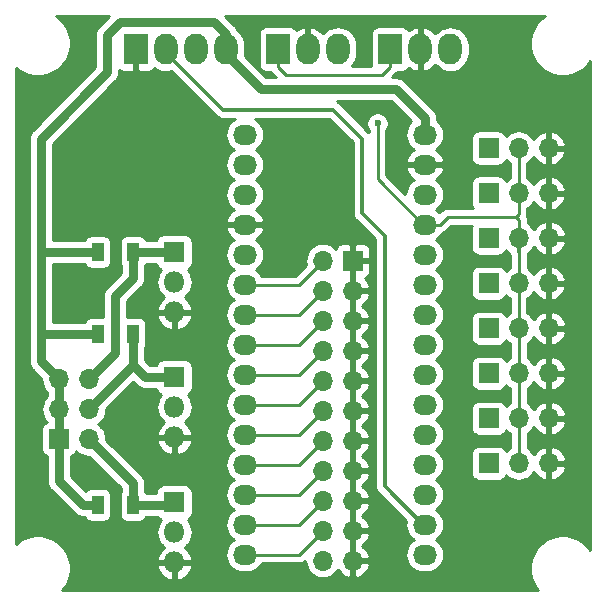
<source format=gbr>
G04 #@! TF.GenerationSoftware,KiCad,Pcbnew,(5.1.4-0-10_14)*
G04 #@! TF.CreationDate,2019-11-14T12:01:29+01:00*
G04 #@! TF.ProjectId,NANO IO,4e414e4f-2049-44f2-9e6b-696361645f70,-*
G04 #@! TF.SameCoordinates,Original*
G04 #@! TF.FileFunction,Copper,L2,Bot*
G04 #@! TF.FilePolarity,Positive*
%FSLAX46Y46*%
G04 Gerber Fmt 4.6, Leading zero omitted, Abs format (unit mm)*
G04 Created by KiCad (PCBNEW (5.1.4-0-10_14)) date 2019-11-14 12:01:29*
%MOMM*%
%LPD*%
G04 APERTURE LIST*
%ADD10R,2.000000X2.600000*%
%ADD11O,2.000000X2.600000*%
%ADD12O,2.032000X1.727200*%
%ADD13R,1.800000X1.800000*%
%ADD14O,1.800000X1.800000*%
%ADD15R,1.000000X1.600000*%
%ADD16R,1.700000X1.700000*%
%ADD17O,1.700000X1.700000*%
%ADD18C,0.600000*%
%ADD19C,0.228600*%
%ADD20C,0.304800*%
%ADD21C,0.762000*%
%ADD22C,0.254000*%
G04 APERTURE END LIST*
D10*
X137848737Y-65278000D03*
D11*
X140388737Y-65278000D03*
X142928737Y-65278000D03*
X145468737Y-65278000D03*
D12*
X147066000Y-72517000D03*
X147066000Y-75057000D03*
X147066000Y-77597000D03*
X147066000Y-80137000D03*
X147066000Y-82677000D03*
X147066000Y-85217000D03*
X147066000Y-87757000D03*
X147066000Y-90297000D03*
X147066000Y-92837000D03*
X147066000Y-95377000D03*
X147066000Y-97917000D03*
X147066000Y-100457000D03*
X147066000Y-102997000D03*
X147066000Y-105537000D03*
X147066000Y-108077000D03*
X162306000Y-72517000D03*
X162306000Y-75057000D03*
X162306000Y-77597000D03*
X162306000Y-80137000D03*
X162306000Y-82677000D03*
X162306000Y-85217000D03*
X162306000Y-87757000D03*
X162306000Y-90297000D03*
X162306000Y-92837000D03*
X162306000Y-95377000D03*
X162306000Y-97917000D03*
X162306000Y-100457000D03*
X162306000Y-102997000D03*
X162306000Y-105537000D03*
X162306000Y-108077000D03*
D13*
X141100000Y-103660000D03*
D14*
X141100000Y-106200000D03*
X141100000Y-108740000D03*
D10*
X149860000Y-65278000D03*
D11*
X152400000Y-65278000D03*
X154940000Y-65278000D03*
D10*
X159385000Y-65278000D03*
D11*
X161925000Y-65278000D03*
X164465000Y-65278000D03*
D15*
X134600000Y-82460000D03*
X137600000Y-82460000D03*
X134600000Y-89360000D03*
X137600000Y-89360000D03*
X134600000Y-103860000D03*
X137600000Y-103860000D03*
D16*
X156210000Y-83185000D03*
D17*
X153670000Y-83185000D03*
X156210000Y-85725000D03*
X153670000Y-85725000D03*
X156210000Y-88265000D03*
X153670000Y-88265000D03*
X156210000Y-90805000D03*
X153670000Y-90805000D03*
X156210000Y-93345000D03*
X153670000Y-93345000D03*
X156210000Y-95885000D03*
X153670000Y-95885000D03*
X156210000Y-98425000D03*
X153670000Y-98425000D03*
X156210000Y-100965000D03*
X153670000Y-100965000D03*
X156210000Y-103505000D03*
X153670000Y-103505000D03*
X156210000Y-106045000D03*
X153670000Y-106045000D03*
X156210000Y-108585000D03*
X153670000Y-108585000D03*
D16*
X167720000Y-100329996D03*
D17*
X170260000Y-100329996D03*
X172800000Y-100329996D03*
D16*
X167720000Y-96518568D03*
D17*
X170260000Y-96518568D03*
X172800000Y-96518568D03*
D16*
X167720000Y-92707140D03*
D17*
X170260000Y-92707140D03*
X172800000Y-92707140D03*
D16*
X167720000Y-88895712D03*
D17*
X170260000Y-88895712D03*
X172800000Y-88895712D03*
D16*
X167700000Y-85084284D03*
D17*
X170240000Y-85084284D03*
X172780000Y-85084284D03*
D16*
X167720000Y-81272856D03*
D17*
X170260000Y-81272856D03*
X172800000Y-81272856D03*
D16*
X167700000Y-77461428D03*
D17*
X170240000Y-77461428D03*
X172780000Y-77461428D03*
D16*
X167700000Y-73650000D03*
D17*
X170240000Y-73650000D03*
X172780000Y-73650000D03*
D13*
X141100000Y-93060000D03*
D14*
X141100000Y-95600000D03*
X141100000Y-98140000D03*
D13*
X141100000Y-82480000D03*
D14*
X141100000Y-85020000D03*
X141100000Y-87560000D03*
D16*
X131318000Y-98298000D03*
D17*
X133858000Y-98298000D03*
X131318000Y-95758000D03*
X133858000Y-95758000D03*
X131318000Y-93218000D03*
X133858000Y-93218000D03*
D18*
X158300000Y-71560000D03*
D19*
X147193000Y-72390000D02*
X147066000Y-72517000D01*
X147066000Y-85217000D02*
X151638000Y-85217000D01*
X151638000Y-85217000D02*
X153670000Y-83185000D01*
X147066000Y-87757000D02*
X151638000Y-87757000D01*
X151638000Y-87757000D02*
X153670000Y-85725000D01*
X147066000Y-90297000D02*
X151638000Y-90297000D01*
X151638000Y-90297000D02*
X153670000Y-88265000D01*
X147066000Y-92837000D02*
X151638000Y-92837000D01*
X151638000Y-92837000D02*
X153670000Y-90805000D01*
X147066000Y-95377000D02*
X151638000Y-95377000D01*
X151638000Y-95377000D02*
X153670000Y-93345000D01*
X147066000Y-97917000D02*
X151638000Y-97917000D01*
X151638000Y-97917000D02*
X153670000Y-95885000D01*
X147066000Y-100457000D02*
X151638000Y-100457000D01*
X151638000Y-100457000D02*
X153670000Y-98425000D01*
X147066000Y-102997000D02*
X151638000Y-102997000D01*
X151638000Y-102997000D02*
X153670000Y-100965000D01*
X158300000Y-76283400D02*
X158300000Y-71560000D01*
X162306000Y-80137000D02*
X162153600Y-80137000D01*
X162153600Y-80137000D02*
X158300000Y-76283400D01*
X142928737Y-65278000D02*
X142928737Y-65578000D01*
X170260000Y-96518568D02*
X170260000Y-97720649D01*
X170260000Y-97720649D02*
X170260000Y-100329996D01*
X170260000Y-92707140D02*
X170260000Y-93909221D01*
X170260000Y-93909221D02*
X170260000Y-96518568D01*
X170260000Y-88895712D02*
X170260000Y-92707140D01*
X170240000Y-85084284D02*
X170240000Y-88875712D01*
X170240000Y-88875712D02*
X170260000Y-88895712D01*
X170260000Y-81272856D02*
X170260000Y-85064284D01*
X170260000Y-85064284D02*
X170240000Y-85084284D01*
X170240000Y-77461428D02*
X170240000Y-76259347D01*
X170240000Y-76259347D02*
X170240000Y-73650000D01*
X170000000Y-79460000D02*
X170240000Y-79220000D01*
X170240000Y-79220000D02*
X170240000Y-77461428D01*
X170000000Y-79460000D02*
X170260000Y-79720000D01*
X170260000Y-79720000D02*
X170260000Y-81272856D01*
X164227600Y-79460000D02*
X170000000Y-79460000D01*
X162306000Y-80137000D02*
X163550600Y-80137000D01*
X163550600Y-80137000D02*
X164227600Y-79460000D01*
X162306000Y-80137000D02*
X162890902Y-80137000D01*
X170180000Y-81280000D02*
X170180000Y-82482081D01*
D20*
X154545716Y-70405716D02*
X156988789Y-72848789D01*
X140388737Y-65278000D02*
X140388737Y-65578000D01*
X162153600Y-105537000D02*
X162306000Y-105537000D01*
X145216453Y-70405716D02*
X154545716Y-70405716D01*
X140388737Y-65578000D02*
X145216453Y-70405716D01*
X156988789Y-72848789D02*
X156988789Y-79148789D01*
X156988789Y-79148789D02*
X158900000Y-81060000D01*
X158900000Y-81060000D02*
X158900000Y-102283400D01*
X158900000Y-102283400D02*
X162153600Y-105537000D01*
D19*
X147066000Y-105537000D02*
X151638000Y-105537000D01*
X151638000Y-105537000D02*
X153670000Y-103505000D01*
X147066000Y-108077000D02*
X151638000Y-108077000D01*
X151638000Y-108077000D02*
X153670000Y-106045000D01*
D21*
X145468737Y-65278000D02*
X145468737Y-63992356D01*
X129794000Y-72848895D02*
X129794000Y-82460000D01*
X145468737Y-63992356D02*
X144425241Y-62948860D01*
X144425241Y-62948860D02*
X136522530Y-62948860D01*
X136522530Y-62948860D02*
X135400000Y-64071390D01*
X135400000Y-64071390D02*
X135400000Y-67242895D01*
X135400000Y-67242895D02*
X129794000Y-72848895D01*
X145468737Y-65703457D02*
X148448737Y-68683457D01*
X148448737Y-68683457D02*
X159881187Y-68683457D01*
X159881187Y-68683457D02*
X162306000Y-71108270D01*
X162306000Y-71108270D02*
X162306000Y-72517000D01*
X129794000Y-82460000D02*
X129794000Y-89360000D01*
X134600000Y-82460000D02*
X133338000Y-82460000D01*
X133338000Y-82460000D02*
X129794000Y-82460000D01*
X129794000Y-89360000D02*
X129794000Y-90060000D01*
X134600000Y-89360000D02*
X133338000Y-89360000D01*
X133338000Y-89360000D02*
X129794000Y-89360000D01*
X134600000Y-103860000D02*
X133338000Y-103860000D01*
X131318000Y-101840000D02*
X131318000Y-99910000D01*
X133338000Y-103860000D02*
X131318000Y-101840000D01*
X131318000Y-99910000D02*
X131318000Y-98298000D01*
X131318000Y-95758000D02*
X131318000Y-98298000D01*
X131318000Y-93218000D02*
X131318000Y-95758000D01*
X129794000Y-91694000D02*
X131318000Y-93218000D01*
X131318000Y-93218000D02*
X131318000Y-98298000D01*
X129794000Y-91694000D02*
X129794000Y-90060000D01*
X129794000Y-90004000D02*
X129794000Y-90060000D01*
X131064000Y-92964000D02*
X131318000Y-93218000D01*
D19*
X149860000Y-65278000D02*
X149860000Y-66806600D01*
X149860000Y-66806600D02*
X150539901Y-67486501D01*
X150539901Y-67486501D02*
X158658528Y-67486501D01*
X158658528Y-67486501D02*
X159385000Y-66760029D01*
X159385000Y-66760029D02*
X159385000Y-65278000D01*
D21*
X139684345Y-82480000D02*
X139664345Y-82460000D01*
X139664345Y-82460000D02*
X137600000Y-82460000D01*
X133858000Y-93218000D02*
X136075989Y-91000011D01*
X136075989Y-91000011D02*
X136075989Y-86184011D01*
X137600000Y-84660000D02*
X137600000Y-82460000D01*
X136075989Y-86184011D02*
X137600000Y-84660000D01*
X139684345Y-82480000D02*
X141100000Y-82480000D01*
X137600000Y-92016000D02*
X138644000Y-93060000D01*
X138644000Y-93060000D02*
X141100000Y-93060000D01*
X137600000Y-89360000D02*
X137600000Y-92016000D01*
X137600000Y-92016000D02*
X133858000Y-95758000D01*
X137600000Y-103860000D02*
X140960465Y-103860000D01*
X140960465Y-103860000D02*
X141160465Y-103660000D01*
X141160465Y-103660000D02*
X141100000Y-103660000D01*
X137600000Y-103860000D02*
X137600000Y-102040000D01*
X137600000Y-102040000D02*
X133858000Y-98298000D01*
D22*
G36*
X134716872Y-63317678D02*
G01*
X134678104Y-63349494D01*
X134551140Y-63504200D01*
X134456798Y-63680704D01*
X134404375Y-63853518D01*
X134398702Y-63872220D01*
X134379085Y-64071390D01*
X134384000Y-64121292D01*
X134384001Y-66822053D01*
X129110872Y-72095183D01*
X129072104Y-72126999D01*
X128945140Y-72281705D01*
X128850798Y-72458209D01*
X128792702Y-72649724D01*
X128792702Y-72649725D01*
X128773085Y-72848895D01*
X128778000Y-72898797D01*
X128778001Y-82410088D01*
X128773085Y-82460000D01*
X128778000Y-82509902D01*
X128778001Y-89310088D01*
X128773085Y-89360000D01*
X128778000Y-89409902D01*
X128778000Y-90109902D01*
X128778001Y-90109912D01*
X128778000Y-91644098D01*
X128773085Y-91694000D01*
X128778000Y-91743901D01*
X128792702Y-91893170D01*
X128850798Y-92084686D01*
X128945140Y-92261190D01*
X129072104Y-92415896D01*
X129110872Y-92447712D01*
X129830777Y-93167618D01*
X129825815Y-93218000D01*
X129854487Y-93509111D01*
X129939401Y-93789034D01*
X130077294Y-94047014D01*
X130262866Y-94273134D01*
X130302000Y-94305251D01*
X130302000Y-94670749D01*
X130262866Y-94702866D01*
X130077294Y-94928986D01*
X129939401Y-95186966D01*
X129854487Y-95466889D01*
X129825815Y-95758000D01*
X129854487Y-96049111D01*
X129939401Y-96329034D01*
X130077294Y-96587014D01*
X130262866Y-96813134D01*
X130292687Y-96837607D01*
X130223820Y-96858498D01*
X130113506Y-96917463D01*
X130016815Y-96996815D01*
X129937463Y-97093506D01*
X129878498Y-97203820D01*
X129842188Y-97323518D01*
X129829928Y-97448000D01*
X129829928Y-99148000D01*
X129842188Y-99272482D01*
X129878498Y-99392180D01*
X129937463Y-99502494D01*
X130016815Y-99599185D01*
X130113506Y-99678537D01*
X130223820Y-99737502D01*
X130302000Y-99761218D01*
X130302000Y-99959901D01*
X130302001Y-99959911D01*
X130302000Y-101790098D01*
X130297085Y-101840000D01*
X130302000Y-101889901D01*
X130316702Y-102039170D01*
X130374798Y-102230686D01*
X130469140Y-102407190D01*
X130596104Y-102561896D01*
X130634872Y-102593712D01*
X132584292Y-104543133D01*
X132616104Y-104581896D01*
X132770810Y-104708860D01*
X132947313Y-104803202D01*
X133073195Y-104841388D01*
X133138828Y-104861298D01*
X133158177Y-104863204D01*
X133288098Y-104876000D01*
X133288105Y-104876000D01*
X133337999Y-104880914D01*
X133387893Y-104876000D01*
X133501950Y-104876000D01*
X133510498Y-104904180D01*
X133569463Y-105014494D01*
X133648815Y-105111185D01*
X133745506Y-105190537D01*
X133855820Y-105249502D01*
X133975518Y-105285812D01*
X134100000Y-105298072D01*
X135100000Y-105298072D01*
X135224482Y-105285812D01*
X135344180Y-105249502D01*
X135454494Y-105190537D01*
X135551185Y-105111185D01*
X135630537Y-105014494D01*
X135689502Y-104904180D01*
X135725812Y-104784482D01*
X135738072Y-104660000D01*
X135738072Y-103060000D01*
X135725812Y-102935518D01*
X135689502Y-102815820D01*
X135630537Y-102705506D01*
X135551185Y-102608815D01*
X135454494Y-102529463D01*
X135344180Y-102470498D01*
X135224482Y-102434188D01*
X135100000Y-102421928D01*
X134100000Y-102421928D01*
X133975518Y-102434188D01*
X133855820Y-102470498D01*
X133745506Y-102529463D01*
X133648815Y-102608815D01*
X133592399Y-102677558D01*
X132334000Y-101419160D01*
X132334000Y-99761218D01*
X132412180Y-99737502D01*
X132522494Y-99678537D01*
X132619185Y-99599185D01*
X132698537Y-99502494D01*
X132757502Y-99392180D01*
X132778393Y-99323313D01*
X132802866Y-99353134D01*
X133028986Y-99538706D01*
X133286966Y-99676599D01*
X133566889Y-99761513D01*
X133785050Y-99783000D01*
X133906160Y-99783000D01*
X136584001Y-102460842D01*
X136584001Y-102687792D01*
X136569463Y-102705506D01*
X136510498Y-102815820D01*
X136474188Y-102935518D01*
X136461928Y-103060000D01*
X136461928Y-104660000D01*
X136474188Y-104784482D01*
X136510498Y-104904180D01*
X136569463Y-105014494D01*
X136648815Y-105111185D01*
X136745506Y-105190537D01*
X136855820Y-105249502D01*
X136975518Y-105285812D01*
X137100000Y-105298072D01*
X138100000Y-105298072D01*
X138224482Y-105285812D01*
X138344180Y-105249502D01*
X138454494Y-105190537D01*
X138551185Y-105111185D01*
X138630537Y-105014494D01*
X138689502Y-104904180D01*
X138698050Y-104876000D01*
X139648887Y-104876000D01*
X139669463Y-104914494D01*
X139748815Y-105011185D01*
X139845506Y-105090537D01*
X139955820Y-105149502D01*
X139972280Y-105154495D01*
X139817519Y-105343073D01*
X139674983Y-105609739D01*
X139587210Y-105899087D01*
X139557573Y-106200000D01*
X139587210Y-106500913D01*
X139674983Y-106790261D01*
X139817519Y-107056927D01*
X140009339Y-107290661D01*
X140237142Y-107477614D01*
X140062884Y-107608351D01*
X139862038Y-107832427D01*
X139708766Y-108091380D01*
X139608959Y-108375259D01*
X139729008Y-108613000D01*
X140973000Y-108613000D01*
X140973000Y-108593000D01*
X141227000Y-108593000D01*
X141227000Y-108613000D01*
X142470992Y-108613000D01*
X142591041Y-108375259D01*
X142491234Y-108091380D01*
X142337962Y-107832427D01*
X142137116Y-107608351D01*
X141962858Y-107477614D01*
X142190661Y-107290661D01*
X142382481Y-107056927D01*
X142525017Y-106790261D01*
X142612790Y-106500913D01*
X142642427Y-106200000D01*
X142612790Y-105899087D01*
X142525017Y-105609739D01*
X142382481Y-105343073D01*
X142227720Y-105154495D01*
X142244180Y-105149502D01*
X142354494Y-105090537D01*
X142451185Y-105011185D01*
X142530537Y-104914494D01*
X142589502Y-104804180D01*
X142625812Y-104684482D01*
X142638072Y-104560000D01*
X142638072Y-102760000D01*
X142625812Y-102635518D01*
X142589502Y-102515820D01*
X142530537Y-102405506D01*
X142451185Y-102308815D01*
X142354494Y-102229463D01*
X142244180Y-102170498D01*
X142124482Y-102134188D01*
X142000000Y-102121928D01*
X140200000Y-102121928D01*
X140075518Y-102134188D01*
X139955820Y-102170498D01*
X139845506Y-102229463D01*
X139748815Y-102308815D01*
X139669463Y-102405506D01*
X139610498Y-102515820D01*
X139574188Y-102635518D01*
X139561928Y-102760000D01*
X139561928Y-102844000D01*
X138698050Y-102844000D01*
X138689502Y-102815820D01*
X138630537Y-102705506D01*
X138616000Y-102687793D01*
X138616000Y-102089901D01*
X138620915Y-102039999D01*
X138601298Y-101840829D01*
X138587097Y-101794014D01*
X138543202Y-101649313D01*
X138448860Y-101472810D01*
X138321896Y-101318104D01*
X138283133Y-101286292D01*
X135501582Y-98504741D01*
X139608959Y-98504741D01*
X139708766Y-98788620D01*
X139862038Y-99047573D01*
X140062884Y-99271649D01*
X140303586Y-99452236D01*
X140574893Y-99582394D01*
X140735260Y-99631036D01*
X140973000Y-99510378D01*
X140973000Y-98267000D01*
X141227000Y-98267000D01*
X141227000Y-99510378D01*
X141464740Y-99631036D01*
X141625107Y-99582394D01*
X141896414Y-99452236D01*
X142137116Y-99271649D01*
X142337962Y-99047573D01*
X142491234Y-98788620D01*
X142591041Y-98504741D01*
X142470992Y-98267000D01*
X141227000Y-98267000D01*
X140973000Y-98267000D01*
X139729008Y-98267000D01*
X139608959Y-98504741D01*
X135501582Y-98504741D01*
X135345223Y-98348383D01*
X135350185Y-98298000D01*
X135321513Y-98006889D01*
X135236599Y-97726966D01*
X135098706Y-97468986D01*
X134913134Y-97242866D01*
X134687014Y-97057294D01*
X134632209Y-97028000D01*
X134687014Y-96998706D01*
X134913134Y-96813134D01*
X135098706Y-96587014D01*
X135236599Y-96329034D01*
X135321513Y-96049111D01*
X135350185Y-95758000D01*
X135345223Y-95707617D01*
X137600000Y-93452841D01*
X137890292Y-93743133D01*
X137922104Y-93781896D01*
X138076810Y-93908860D01*
X138253313Y-94003202D01*
X138427723Y-94056109D01*
X138444829Y-94061298D01*
X138644000Y-94080915D01*
X138693902Y-94076000D01*
X139573353Y-94076000D01*
X139574188Y-94084482D01*
X139610498Y-94204180D01*
X139669463Y-94314494D01*
X139748815Y-94411185D01*
X139845506Y-94490537D01*
X139955820Y-94549502D01*
X139972280Y-94554495D01*
X139817519Y-94743073D01*
X139674983Y-95009739D01*
X139587210Y-95299087D01*
X139557573Y-95600000D01*
X139587210Y-95900913D01*
X139674983Y-96190261D01*
X139817519Y-96456927D01*
X140009339Y-96690661D01*
X140237142Y-96877614D01*
X140062884Y-97008351D01*
X139862038Y-97232427D01*
X139708766Y-97491380D01*
X139608959Y-97775259D01*
X139729008Y-98013000D01*
X140973000Y-98013000D01*
X140973000Y-97993000D01*
X141227000Y-97993000D01*
X141227000Y-98013000D01*
X142470992Y-98013000D01*
X142591041Y-97775259D01*
X142491234Y-97491380D01*
X142337962Y-97232427D01*
X142137116Y-97008351D01*
X141962858Y-96877614D01*
X142190661Y-96690661D01*
X142382481Y-96456927D01*
X142525017Y-96190261D01*
X142612790Y-95900913D01*
X142642427Y-95600000D01*
X142612790Y-95299087D01*
X142525017Y-95009739D01*
X142382481Y-94743073D01*
X142227720Y-94554495D01*
X142244180Y-94549502D01*
X142354494Y-94490537D01*
X142451185Y-94411185D01*
X142530537Y-94314494D01*
X142589502Y-94204180D01*
X142625812Y-94084482D01*
X142638072Y-93960000D01*
X142638072Y-92160000D01*
X142625812Y-92035518D01*
X142589502Y-91915820D01*
X142530537Y-91805506D01*
X142451185Y-91708815D01*
X142354494Y-91629463D01*
X142244180Y-91570498D01*
X142124482Y-91534188D01*
X142000000Y-91521928D01*
X140200000Y-91521928D01*
X140075518Y-91534188D01*
X139955820Y-91570498D01*
X139845506Y-91629463D01*
X139748815Y-91708815D01*
X139669463Y-91805506D01*
X139610498Y-91915820D01*
X139574188Y-92035518D01*
X139573353Y-92044000D01*
X139064841Y-92044000D01*
X138616000Y-91595160D01*
X138616000Y-90532207D01*
X138630537Y-90514494D01*
X138689502Y-90404180D01*
X138725812Y-90284482D01*
X138738072Y-90160000D01*
X138738072Y-88560000D01*
X138725812Y-88435518D01*
X138689502Y-88315820D01*
X138630537Y-88205506D01*
X138551185Y-88108815D01*
X138454494Y-88029463D01*
X138344180Y-87970498D01*
X138224482Y-87934188D01*
X138128562Y-87924741D01*
X139608959Y-87924741D01*
X139708766Y-88208620D01*
X139862038Y-88467573D01*
X140062884Y-88691649D01*
X140303586Y-88872236D01*
X140574893Y-89002394D01*
X140735260Y-89051036D01*
X140973000Y-88930378D01*
X140973000Y-87687000D01*
X141227000Y-87687000D01*
X141227000Y-88930378D01*
X141464740Y-89051036D01*
X141625107Y-89002394D01*
X141896414Y-88872236D01*
X142137116Y-88691649D01*
X142337962Y-88467573D01*
X142491234Y-88208620D01*
X142591041Y-87924741D01*
X142470992Y-87687000D01*
X141227000Y-87687000D01*
X140973000Y-87687000D01*
X139729008Y-87687000D01*
X139608959Y-87924741D01*
X138128562Y-87924741D01*
X138100000Y-87921928D01*
X137100000Y-87921928D01*
X137091989Y-87922717D01*
X137091989Y-86604851D01*
X138283133Y-85413708D01*
X138321896Y-85381896D01*
X138448860Y-85227190D01*
X138543202Y-85050687D01*
X138601298Y-84859171D01*
X138616000Y-84709902D01*
X138616000Y-84709901D01*
X138620915Y-84660001D01*
X138616000Y-84610099D01*
X138616000Y-83632207D01*
X138630537Y-83614494D01*
X138689502Y-83504180D01*
X138698050Y-83476000D01*
X139467709Y-83476000D01*
X139485174Y-83481298D01*
X139572754Y-83489924D01*
X139574188Y-83504482D01*
X139610498Y-83624180D01*
X139669463Y-83734494D01*
X139748815Y-83831185D01*
X139845506Y-83910537D01*
X139955820Y-83969502D01*
X139972280Y-83974495D01*
X139817519Y-84163073D01*
X139674983Y-84429739D01*
X139587210Y-84719087D01*
X139557573Y-85020000D01*
X139587210Y-85320913D01*
X139674983Y-85610261D01*
X139817519Y-85876927D01*
X140009339Y-86110661D01*
X140237142Y-86297614D01*
X140062884Y-86428351D01*
X139862038Y-86652427D01*
X139708766Y-86911380D01*
X139608959Y-87195259D01*
X139729008Y-87433000D01*
X140973000Y-87433000D01*
X140973000Y-87413000D01*
X141227000Y-87413000D01*
X141227000Y-87433000D01*
X142470992Y-87433000D01*
X142591041Y-87195259D01*
X142491234Y-86911380D01*
X142337962Y-86652427D01*
X142137116Y-86428351D01*
X141962858Y-86297614D01*
X142190661Y-86110661D01*
X142382481Y-85876927D01*
X142525017Y-85610261D01*
X142612790Y-85320913D01*
X142642427Y-85020000D01*
X142612790Y-84719087D01*
X142525017Y-84429739D01*
X142382481Y-84163073D01*
X142227720Y-83974495D01*
X142244180Y-83969502D01*
X142354494Y-83910537D01*
X142451185Y-83831185D01*
X142530537Y-83734494D01*
X142589502Y-83624180D01*
X142625812Y-83504482D01*
X142638072Y-83380000D01*
X142638072Y-82677000D01*
X145407749Y-82677000D01*
X145436684Y-82970777D01*
X145522375Y-83253264D01*
X145661531Y-83513606D01*
X145848803Y-83741797D01*
X146076994Y-83929069D01*
X146110540Y-83947000D01*
X146076994Y-83964931D01*
X145848803Y-84152203D01*
X145661531Y-84380394D01*
X145522375Y-84640736D01*
X145436684Y-84923223D01*
X145407749Y-85217000D01*
X145436684Y-85510777D01*
X145522375Y-85793264D01*
X145661531Y-86053606D01*
X145848803Y-86281797D01*
X146076994Y-86469069D01*
X146110540Y-86487000D01*
X146076994Y-86504931D01*
X145848803Y-86692203D01*
X145661531Y-86920394D01*
X145522375Y-87180736D01*
X145436684Y-87463223D01*
X145407749Y-87757000D01*
X145436684Y-88050777D01*
X145522375Y-88333264D01*
X145661531Y-88593606D01*
X145848803Y-88821797D01*
X146076994Y-89009069D01*
X146110540Y-89027000D01*
X146076994Y-89044931D01*
X145848803Y-89232203D01*
X145661531Y-89460394D01*
X145522375Y-89720736D01*
X145436684Y-90003223D01*
X145407749Y-90297000D01*
X145436684Y-90590777D01*
X145522375Y-90873264D01*
X145661531Y-91133606D01*
X145848803Y-91361797D01*
X146076994Y-91549069D01*
X146110540Y-91567000D01*
X146076994Y-91584931D01*
X145848803Y-91772203D01*
X145661531Y-92000394D01*
X145522375Y-92260736D01*
X145436684Y-92543223D01*
X145407749Y-92837000D01*
X145436684Y-93130777D01*
X145522375Y-93413264D01*
X145661531Y-93673606D01*
X145848803Y-93901797D01*
X146076994Y-94089069D01*
X146110540Y-94107000D01*
X146076994Y-94124931D01*
X145848803Y-94312203D01*
X145661531Y-94540394D01*
X145522375Y-94800736D01*
X145436684Y-95083223D01*
X145407749Y-95377000D01*
X145436684Y-95670777D01*
X145522375Y-95953264D01*
X145661531Y-96213606D01*
X145848803Y-96441797D01*
X146076994Y-96629069D01*
X146110540Y-96647000D01*
X146076994Y-96664931D01*
X145848803Y-96852203D01*
X145661531Y-97080394D01*
X145522375Y-97340736D01*
X145436684Y-97623223D01*
X145407749Y-97917000D01*
X145436684Y-98210777D01*
X145522375Y-98493264D01*
X145661531Y-98753606D01*
X145848803Y-98981797D01*
X146076994Y-99169069D01*
X146110540Y-99187000D01*
X146076994Y-99204931D01*
X145848803Y-99392203D01*
X145661531Y-99620394D01*
X145522375Y-99880736D01*
X145436684Y-100163223D01*
X145407749Y-100457000D01*
X145436684Y-100750777D01*
X145522375Y-101033264D01*
X145661531Y-101293606D01*
X145848803Y-101521797D01*
X146076994Y-101709069D01*
X146110540Y-101727000D01*
X146076994Y-101744931D01*
X145848803Y-101932203D01*
X145661531Y-102160394D01*
X145522375Y-102420736D01*
X145436684Y-102703223D01*
X145407749Y-102997000D01*
X145436684Y-103290777D01*
X145522375Y-103573264D01*
X145661531Y-103833606D01*
X145848803Y-104061797D01*
X146076994Y-104249069D01*
X146110540Y-104267000D01*
X146076994Y-104284931D01*
X145848803Y-104472203D01*
X145661531Y-104700394D01*
X145522375Y-104960736D01*
X145436684Y-105243223D01*
X145407749Y-105537000D01*
X145436684Y-105830777D01*
X145522375Y-106113264D01*
X145661531Y-106373606D01*
X145848803Y-106601797D01*
X146076994Y-106789069D01*
X146110540Y-106807000D01*
X146076994Y-106824931D01*
X145848803Y-107012203D01*
X145661531Y-107240394D01*
X145522375Y-107500736D01*
X145436684Y-107783223D01*
X145407749Y-108077000D01*
X145436684Y-108370777D01*
X145522375Y-108653264D01*
X145661531Y-108913606D01*
X145848803Y-109141797D01*
X146076994Y-109329069D01*
X146337336Y-109468225D01*
X146619823Y-109553916D01*
X146839981Y-109575600D01*
X147292019Y-109575600D01*
X147512177Y-109553916D01*
X147794664Y-109468225D01*
X148055006Y-109329069D01*
X148283197Y-109141797D01*
X148470469Y-108913606D01*
X148517135Y-108826300D01*
X151601205Y-108826300D01*
X151638000Y-108829924D01*
X151674795Y-108826300D01*
X151674806Y-108826300D01*
X151784888Y-108815458D01*
X151926132Y-108772612D01*
X152056303Y-108703034D01*
X152170398Y-108609398D01*
X152179166Y-108598715D01*
X152206487Y-108876111D01*
X152291401Y-109156034D01*
X152429294Y-109414014D01*
X152614866Y-109640134D01*
X152840986Y-109825706D01*
X153098966Y-109963599D01*
X153378889Y-110048513D01*
X153597050Y-110070000D01*
X153742950Y-110070000D01*
X153961111Y-110048513D01*
X154241034Y-109963599D01*
X154499014Y-109825706D01*
X154725134Y-109640134D01*
X154910706Y-109414014D01*
X154941584Y-109356244D01*
X155112412Y-109585269D01*
X155328645Y-109780178D01*
X155578748Y-109929157D01*
X155853109Y-110026481D01*
X156083000Y-109905814D01*
X156083000Y-108712000D01*
X156337000Y-108712000D01*
X156337000Y-109905814D01*
X156566891Y-110026481D01*
X156841252Y-109929157D01*
X157091355Y-109780178D01*
X157307588Y-109585269D01*
X157481641Y-109351920D01*
X157606825Y-109089099D01*
X157651476Y-108941890D01*
X157530155Y-108712000D01*
X156337000Y-108712000D01*
X156083000Y-108712000D01*
X156063000Y-108712000D01*
X156063000Y-108458000D01*
X156083000Y-108458000D01*
X156083000Y-106172000D01*
X156337000Y-106172000D01*
X156337000Y-108458000D01*
X157530155Y-108458000D01*
X157651476Y-108228110D01*
X157606825Y-108080901D01*
X157481641Y-107818080D01*
X157307588Y-107584731D01*
X157091355Y-107389822D01*
X156965745Y-107315000D01*
X157091355Y-107240178D01*
X157307588Y-107045269D01*
X157481641Y-106811920D01*
X157606825Y-106549099D01*
X157651476Y-106401890D01*
X157530155Y-106172000D01*
X156337000Y-106172000D01*
X156083000Y-106172000D01*
X156063000Y-106172000D01*
X156063000Y-105918000D01*
X156083000Y-105918000D01*
X156083000Y-103632000D01*
X156337000Y-103632000D01*
X156337000Y-105918000D01*
X157530155Y-105918000D01*
X157651476Y-105688110D01*
X157606825Y-105540901D01*
X157481641Y-105278080D01*
X157307588Y-105044731D01*
X157091355Y-104849822D01*
X156965745Y-104775000D01*
X157091355Y-104700178D01*
X157307588Y-104505269D01*
X157481641Y-104271920D01*
X157606825Y-104009099D01*
X157651476Y-103861890D01*
X157530155Y-103632000D01*
X156337000Y-103632000D01*
X156083000Y-103632000D01*
X156063000Y-103632000D01*
X156063000Y-103378000D01*
X156083000Y-103378000D01*
X156083000Y-101092000D01*
X156337000Y-101092000D01*
X156337000Y-103378000D01*
X157530155Y-103378000D01*
X157651476Y-103148110D01*
X157606825Y-103000901D01*
X157481641Y-102738080D01*
X157307588Y-102504731D01*
X157091355Y-102309822D01*
X156965745Y-102235000D01*
X157091355Y-102160178D01*
X157307588Y-101965269D01*
X157481641Y-101731920D01*
X157606825Y-101469099D01*
X157651476Y-101321890D01*
X157530155Y-101092000D01*
X156337000Y-101092000D01*
X156083000Y-101092000D01*
X156063000Y-101092000D01*
X156063000Y-100838000D01*
X156083000Y-100838000D01*
X156083000Y-98552000D01*
X156337000Y-98552000D01*
X156337000Y-100838000D01*
X157530155Y-100838000D01*
X157651476Y-100608110D01*
X157606825Y-100460901D01*
X157481641Y-100198080D01*
X157307588Y-99964731D01*
X157091355Y-99769822D01*
X156965745Y-99695000D01*
X157091355Y-99620178D01*
X157307588Y-99425269D01*
X157481641Y-99191920D01*
X157606825Y-98929099D01*
X157651476Y-98781890D01*
X157530155Y-98552000D01*
X156337000Y-98552000D01*
X156083000Y-98552000D01*
X156063000Y-98552000D01*
X156063000Y-98298000D01*
X156083000Y-98298000D01*
X156083000Y-96012000D01*
X156337000Y-96012000D01*
X156337000Y-98298000D01*
X157530155Y-98298000D01*
X157651476Y-98068110D01*
X157606825Y-97920901D01*
X157481641Y-97658080D01*
X157307588Y-97424731D01*
X157091355Y-97229822D01*
X156965745Y-97155000D01*
X157091355Y-97080178D01*
X157307588Y-96885269D01*
X157481641Y-96651920D01*
X157606825Y-96389099D01*
X157651476Y-96241890D01*
X157530155Y-96012000D01*
X156337000Y-96012000D01*
X156083000Y-96012000D01*
X156063000Y-96012000D01*
X156063000Y-95758000D01*
X156083000Y-95758000D01*
X156083000Y-93472000D01*
X156337000Y-93472000D01*
X156337000Y-95758000D01*
X157530155Y-95758000D01*
X157651476Y-95528110D01*
X157606825Y-95380901D01*
X157481641Y-95118080D01*
X157307588Y-94884731D01*
X157091355Y-94689822D01*
X156965745Y-94615000D01*
X157091355Y-94540178D01*
X157307588Y-94345269D01*
X157481641Y-94111920D01*
X157606825Y-93849099D01*
X157651476Y-93701890D01*
X157530155Y-93472000D01*
X156337000Y-93472000D01*
X156083000Y-93472000D01*
X156063000Y-93472000D01*
X156063000Y-93218000D01*
X156083000Y-93218000D01*
X156083000Y-90932000D01*
X156337000Y-90932000D01*
X156337000Y-93218000D01*
X157530155Y-93218000D01*
X157651476Y-92988110D01*
X157606825Y-92840901D01*
X157481641Y-92578080D01*
X157307588Y-92344731D01*
X157091355Y-92149822D01*
X156965745Y-92075000D01*
X157091355Y-92000178D01*
X157307588Y-91805269D01*
X157481641Y-91571920D01*
X157606825Y-91309099D01*
X157651476Y-91161890D01*
X157530155Y-90932000D01*
X156337000Y-90932000D01*
X156083000Y-90932000D01*
X156063000Y-90932000D01*
X156063000Y-90678000D01*
X156083000Y-90678000D01*
X156083000Y-88392000D01*
X156337000Y-88392000D01*
X156337000Y-90678000D01*
X157530155Y-90678000D01*
X157651476Y-90448110D01*
X157606825Y-90300901D01*
X157481641Y-90038080D01*
X157307588Y-89804731D01*
X157091355Y-89609822D01*
X156965745Y-89535000D01*
X157091355Y-89460178D01*
X157307588Y-89265269D01*
X157481641Y-89031920D01*
X157606825Y-88769099D01*
X157651476Y-88621890D01*
X157530155Y-88392000D01*
X156337000Y-88392000D01*
X156083000Y-88392000D01*
X156063000Y-88392000D01*
X156063000Y-88138000D01*
X156083000Y-88138000D01*
X156083000Y-85852000D01*
X156337000Y-85852000D01*
X156337000Y-88138000D01*
X157530155Y-88138000D01*
X157651476Y-87908110D01*
X157606825Y-87760901D01*
X157481641Y-87498080D01*
X157307588Y-87264731D01*
X157091355Y-87069822D01*
X156965745Y-86995000D01*
X157091355Y-86920178D01*
X157307588Y-86725269D01*
X157481641Y-86491920D01*
X157606825Y-86229099D01*
X157651476Y-86081890D01*
X157530155Y-85852000D01*
X156337000Y-85852000D01*
X156083000Y-85852000D01*
X156063000Y-85852000D01*
X156063000Y-85598000D01*
X156083000Y-85598000D01*
X156083000Y-83312000D01*
X156337000Y-83312000D01*
X156337000Y-85598000D01*
X157530155Y-85598000D01*
X157651476Y-85368110D01*
X157606825Y-85220901D01*
X157481641Y-84958080D01*
X157307588Y-84724731D01*
X157223534Y-84648966D01*
X157304180Y-84624502D01*
X157414494Y-84565537D01*
X157511185Y-84486185D01*
X157590537Y-84389494D01*
X157649502Y-84279180D01*
X157685812Y-84159482D01*
X157698072Y-84035000D01*
X157695000Y-83470750D01*
X157536250Y-83312000D01*
X156337000Y-83312000D01*
X156083000Y-83312000D01*
X156063000Y-83312000D01*
X156063000Y-83058000D01*
X156083000Y-83058000D01*
X156083000Y-81858750D01*
X156337000Y-81858750D01*
X156337000Y-83058000D01*
X157536250Y-83058000D01*
X157695000Y-82899250D01*
X157698072Y-82335000D01*
X157685812Y-82210518D01*
X157649502Y-82090820D01*
X157590537Y-81980506D01*
X157511185Y-81883815D01*
X157414494Y-81804463D01*
X157304180Y-81745498D01*
X157184482Y-81709188D01*
X157060000Y-81696928D01*
X156495750Y-81700000D01*
X156337000Y-81858750D01*
X156083000Y-81858750D01*
X155924250Y-81700000D01*
X155360000Y-81696928D01*
X155235518Y-81709188D01*
X155115820Y-81745498D01*
X155005506Y-81804463D01*
X154908815Y-81883815D01*
X154829463Y-81980506D01*
X154770498Y-82090820D01*
X154749607Y-82159687D01*
X154725134Y-82129866D01*
X154499014Y-81944294D01*
X154241034Y-81806401D01*
X153961111Y-81721487D01*
X153742950Y-81700000D01*
X153597050Y-81700000D01*
X153378889Y-81721487D01*
X153098966Y-81806401D01*
X152840986Y-81944294D01*
X152614866Y-82129866D01*
X152429294Y-82355986D01*
X152291401Y-82613966D01*
X152206487Y-82893889D01*
X152177815Y-83185000D01*
X152206487Y-83476111D01*
X152232725Y-83562606D01*
X151327631Y-84467700D01*
X148517135Y-84467700D01*
X148470469Y-84380394D01*
X148283197Y-84152203D01*
X148055006Y-83964931D01*
X148021460Y-83947000D01*
X148055006Y-83929069D01*
X148283197Y-83741797D01*
X148470469Y-83513606D01*
X148609625Y-83253264D01*
X148695316Y-82970777D01*
X148724251Y-82677000D01*
X148695316Y-82383223D01*
X148609625Y-82100736D01*
X148470469Y-81840394D01*
X148283197Y-81612203D01*
X148055006Y-81424931D01*
X148015053Y-81403576D01*
X148217729Y-81255486D01*
X148416733Y-81039035D01*
X148569686Y-80787919D01*
X148670709Y-80511789D01*
X148673358Y-80496026D01*
X148552217Y-80264000D01*
X147193000Y-80264000D01*
X147193000Y-80284000D01*
X146939000Y-80284000D01*
X146939000Y-80264000D01*
X145579783Y-80264000D01*
X145458642Y-80496026D01*
X145461291Y-80511789D01*
X145562314Y-80787919D01*
X145715267Y-81039035D01*
X145914271Y-81255486D01*
X146116947Y-81403576D01*
X146076994Y-81424931D01*
X145848803Y-81612203D01*
X145661531Y-81840394D01*
X145522375Y-82100736D01*
X145436684Y-82383223D01*
X145407749Y-82677000D01*
X142638072Y-82677000D01*
X142638072Y-81580000D01*
X142625812Y-81455518D01*
X142589502Y-81335820D01*
X142530537Y-81225506D01*
X142451185Y-81128815D01*
X142354494Y-81049463D01*
X142244180Y-80990498D01*
X142124482Y-80954188D01*
X142000000Y-80941928D01*
X140200000Y-80941928D01*
X140075518Y-80954188D01*
X139955820Y-80990498D01*
X139845506Y-81049463D01*
X139748815Y-81128815D01*
X139669463Y-81225506D01*
X139610498Y-81335820D01*
X139577682Y-81444000D01*
X138698050Y-81444000D01*
X138689502Y-81415820D01*
X138630537Y-81305506D01*
X138551185Y-81208815D01*
X138454494Y-81129463D01*
X138344180Y-81070498D01*
X138224482Y-81034188D01*
X138100000Y-81021928D01*
X137100000Y-81021928D01*
X136975518Y-81034188D01*
X136855820Y-81070498D01*
X136745506Y-81129463D01*
X136648815Y-81208815D01*
X136569463Y-81305506D01*
X136510498Y-81415820D01*
X136474188Y-81535518D01*
X136461928Y-81660000D01*
X136461928Y-83260000D01*
X136474188Y-83384482D01*
X136510498Y-83504180D01*
X136569463Y-83614494D01*
X136584000Y-83632208D01*
X136584000Y-84239159D01*
X135392857Y-85430303D01*
X135354094Y-85462115D01*
X135227130Y-85616821D01*
X135143726Y-85772860D01*
X135132788Y-85793324D01*
X135074691Y-85984841D01*
X135055074Y-86184011D01*
X135059990Y-86233923D01*
X135059990Y-87921928D01*
X134100000Y-87921928D01*
X133975518Y-87934188D01*
X133855820Y-87970498D01*
X133745506Y-88029463D01*
X133648815Y-88108815D01*
X133569463Y-88205506D01*
X133510498Y-88315820D01*
X133501950Y-88344000D01*
X130810000Y-88344000D01*
X130810000Y-83476000D01*
X133501950Y-83476000D01*
X133510498Y-83504180D01*
X133569463Y-83614494D01*
X133648815Y-83711185D01*
X133745506Y-83790537D01*
X133855820Y-83849502D01*
X133975518Y-83885812D01*
X134100000Y-83898072D01*
X135100000Y-83898072D01*
X135224482Y-83885812D01*
X135344180Y-83849502D01*
X135454494Y-83790537D01*
X135551185Y-83711185D01*
X135630537Y-83614494D01*
X135689502Y-83504180D01*
X135725812Y-83384482D01*
X135738072Y-83260000D01*
X135738072Y-81660000D01*
X135725812Y-81535518D01*
X135689502Y-81415820D01*
X135630537Y-81305506D01*
X135551185Y-81208815D01*
X135454494Y-81129463D01*
X135344180Y-81070498D01*
X135224482Y-81034188D01*
X135100000Y-81021928D01*
X134100000Y-81021928D01*
X133975518Y-81034188D01*
X133855820Y-81070498D01*
X133745506Y-81129463D01*
X133648815Y-81208815D01*
X133569463Y-81305506D01*
X133510498Y-81415820D01*
X133501950Y-81444000D01*
X130810000Y-81444000D01*
X130810000Y-73269735D01*
X136083133Y-67996603D01*
X136121896Y-67964791D01*
X136248860Y-67810085D01*
X136343202Y-67633582D01*
X136401298Y-67442066D01*
X136416000Y-67292797D01*
X136416000Y-67292790D01*
X136420914Y-67242896D01*
X136416000Y-67193002D01*
X136416000Y-67044325D01*
X136494243Y-67108537D01*
X136604557Y-67167502D01*
X136724255Y-67203812D01*
X136848737Y-67216072D01*
X137562987Y-67213000D01*
X137721737Y-67054250D01*
X137721737Y-65405000D01*
X137701737Y-65405000D01*
X137701737Y-65151000D01*
X137721737Y-65151000D01*
X137721737Y-65131000D01*
X137975737Y-65131000D01*
X137975737Y-65151000D01*
X137995737Y-65151000D01*
X137995737Y-65405000D01*
X137975737Y-65405000D01*
X137975737Y-67054250D01*
X138134487Y-67213000D01*
X138848737Y-67216072D01*
X138973219Y-67203812D01*
X139092917Y-67167502D01*
X139203231Y-67108537D01*
X139299922Y-67029185D01*
X139379274Y-66932494D01*
X139404476Y-66885345D01*
X139475986Y-66944031D01*
X139760023Y-67095852D01*
X140068222Y-67189343D01*
X140388737Y-67220911D01*
X140709253Y-67189343D01*
X140845269Y-67148083D01*
X144632334Y-70935149D01*
X144656984Y-70965185D01*
X144687020Y-70989835D01*
X144687022Y-70989837D01*
X144733039Y-71027602D01*
X144776881Y-71063582D01*
X144913670Y-71136698D01*
X145062096Y-71181722D01*
X145177780Y-71193116D01*
X145177789Y-71193116D01*
X145216452Y-71196924D01*
X145255115Y-71193116D01*
X146211350Y-71193116D01*
X146076994Y-71264931D01*
X145848803Y-71452203D01*
X145661531Y-71680394D01*
X145522375Y-71940736D01*
X145436684Y-72223223D01*
X145407749Y-72517000D01*
X145436684Y-72810777D01*
X145522375Y-73093264D01*
X145661531Y-73353606D01*
X145848803Y-73581797D01*
X146076994Y-73769069D01*
X146110540Y-73787000D01*
X146076994Y-73804931D01*
X145848803Y-73992203D01*
X145661531Y-74220394D01*
X145522375Y-74480736D01*
X145436684Y-74763223D01*
X145407749Y-75057000D01*
X145436684Y-75350777D01*
X145522375Y-75633264D01*
X145661531Y-75893606D01*
X145848803Y-76121797D01*
X146076994Y-76309069D01*
X146110540Y-76327000D01*
X146076994Y-76344931D01*
X145848803Y-76532203D01*
X145661531Y-76760394D01*
X145522375Y-77020736D01*
X145436684Y-77303223D01*
X145407749Y-77597000D01*
X145436684Y-77890777D01*
X145522375Y-78173264D01*
X145661531Y-78433606D01*
X145848803Y-78661797D01*
X146076994Y-78849069D01*
X146116947Y-78870424D01*
X145914271Y-79018514D01*
X145715267Y-79234965D01*
X145562314Y-79486081D01*
X145461291Y-79762211D01*
X145458642Y-79777974D01*
X145579783Y-80010000D01*
X146939000Y-80010000D01*
X146939000Y-79990000D01*
X147193000Y-79990000D01*
X147193000Y-80010000D01*
X148552217Y-80010000D01*
X148673358Y-79777974D01*
X148670709Y-79762211D01*
X148569686Y-79486081D01*
X148416733Y-79234965D01*
X148217729Y-79018514D01*
X148015053Y-78870424D01*
X148055006Y-78849069D01*
X148283197Y-78661797D01*
X148470469Y-78433606D01*
X148609625Y-78173264D01*
X148695316Y-77890777D01*
X148724251Y-77597000D01*
X148695316Y-77303223D01*
X148609625Y-77020736D01*
X148470469Y-76760394D01*
X148283197Y-76532203D01*
X148055006Y-76344931D01*
X148021460Y-76327000D01*
X148055006Y-76309069D01*
X148283197Y-76121797D01*
X148470469Y-75893606D01*
X148609625Y-75633264D01*
X148695316Y-75350777D01*
X148724251Y-75057000D01*
X148695316Y-74763223D01*
X148609625Y-74480736D01*
X148470469Y-74220394D01*
X148283197Y-73992203D01*
X148055006Y-73804931D01*
X148021460Y-73787000D01*
X148055006Y-73769069D01*
X148283197Y-73581797D01*
X148470469Y-73353606D01*
X148609625Y-73093264D01*
X148695316Y-72810777D01*
X148724251Y-72517000D01*
X148695316Y-72223223D01*
X148609625Y-71940736D01*
X148470469Y-71680394D01*
X148283197Y-71452203D01*
X148055006Y-71264931D01*
X147920650Y-71193116D01*
X154219566Y-71193116D01*
X156201389Y-73174940D01*
X156201390Y-79110116D01*
X156197581Y-79148789D01*
X156212784Y-79303146D01*
X156257807Y-79451571D01*
X156288040Y-79508132D01*
X156330924Y-79588361D01*
X156429321Y-79708258D01*
X156459362Y-79732912D01*
X158112600Y-81386152D01*
X158112601Y-102244727D01*
X158108792Y-102283400D01*
X158123995Y-102437757D01*
X158169018Y-102586182D01*
X158231579Y-102703223D01*
X158242135Y-102722972D01*
X158340532Y-102842869D01*
X158370573Y-102867523D01*
X160692880Y-105189831D01*
X160676684Y-105243223D01*
X160647749Y-105537000D01*
X160676684Y-105830777D01*
X160762375Y-106113264D01*
X160901531Y-106373606D01*
X161088803Y-106601797D01*
X161316994Y-106789069D01*
X161350540Y-106807000D01*
X161316994Y-106824931D01*
X161088803Y-107012203D01*
X160901531Y-107240394D01*
X160762375Y-107500736D01*
X160676684Y-107783223D01*
X160647749Y-108077000D01*
X160676684Y-108370777D01*
X160762375Y-108653264D01*
X160901531Y-108913606D01*
X161088803Y-109141797D01*
X161316994Y-109329069D01*
X161577336Y-109468225D01*
X161859823Y-109553916D01*
X162079981Y-109575600D01*
X162532019Y-109575600D01*
X162752177Y-109553916D01*
X163034664Y-109468225D01*
X163295006Y-109329069D01*
X163523197Y-109141797D01*
X163710469Y-108913606D01*
X163849625Y-108653264D01*
X163935316Y-108370777D01*
X163964251Y-108077000D01*
X163935316Y-107783223D01*
X163849625Y-107500736D01*
X163710469Y-107240394D01*
X163523197Y-107012203D01*
X163295006Y-106824931D01*
X163261460Y-106807000D01*
X163295006Y-106789069D01*
X163523197Y-106601797D01*
X163710469Y-106373606D01*
X163849625Y-106113264D01*
X163935316Y-105830777D01*
X163964251Y-105537000D01*
X163935316Y-105243223D01*
X163849625Y-104960736D01*
X163710469Y-104700394D01*
X163523197Y-104472203D01*
X163295006Y-104284931D01*
X163261460Y-104267000D01*
X163295006Y-104249069D01*
X163523197Y-104061797D01*
X163710469Y-103833606D01*
X163849625Y-103573264D01*
X163935316Y-103290777D01*
X163964251Y-102997000D01*
X163935316Y-102703223D01*
X163849625Y-102420736D01*
X163710469Y-102160394D01*
X163523197Y-101932203D01*
X163295006Y-101744931D01*
X163261460Y-101727000D01*
X163295006Y-101709069D01*
X163523197Y-101521797D01*
X163710469Y-101293606D01*
X163849625Y-101033264D01*
X163935316Y-100750777D01*
X163964251Y-100457000D01*
X163935316Y-100163223D01*
X163849625Y-99880736D01*
X163710469Y-99620394D01*
X163523197Y-99392203D01*
X163295006Y-99204931D01*
X163261460Y-99187000D01*
X163295006Y-99169069D01*
X163523197Y-98981797D01*
X163710469Y-98753606D01*
X163849625Y-98493264D01*
X163935316Y-98210777D01*
X163964251Y-97917000D01*
X163935316Y-97623223D01*
X163849625Y-97340736D01*
X163710469Y-97080394D01*
X163523197Y-96852203D01*
X163295006Y-96664931D01*
X163261460Y-96647000D01*
X163295006Y-96629069D01*
X163523197Y-96441797D01*
X163710469Y-96213606D01*
X163849625Y-95953264D01*
X163935316Y-95670777D01*
X163964251Y-95377000D01*
X163935316Y-95083223D01*
X163849625Y-94800736D01*
X163710469Y-94540394D01*
X163523197Y-94312203D01*
X163295006Y-94124931D01*
X163261460Y-94107000D01*
X163295006Y-94089069D01*
X163523197Y-93901797D01*
X163710469Y-93673606D01*
X163849625Y-93413264D01*
X163935316Y-93130777D01*
X163964251Y-92837000D01*
X163935316Y-92543223D01*
X163849625Y-92260736D01*
X163710469Y-92000394D01*
X163523197Y-91772203D01*
X163295006Y-91584931D01*
X163261460Y-91567000D01*
X163295006Y-91549069D01*
X163523197Y-91361797D01*
X163710469Y-91133606D01*
X163849625Y-90873264D01*
X163935316Y-90590777D01*
X163964251Y-90297000D01*
X163935316Y-90003223D01*
X163849625Y-89720736D01*
X163710469Y-89460394D01*
X163523197Y-89232203D01*
X163295006Y-89044931D01*
X163261460Y-89027000D01*
X163295006Y-89009069D01*
X163523197Y-88821797D01*
X163710469Y-88593606D01*
X163849625Y-88333264D01*
X163935316Y-88050777D01*
X163964251Y-87757000D01*
X163935316Y-87463223D01*
X163849625Y-87180736D01*
X163710469Y-86920394D01*
X163523197Y-86692203D01*
X163295006Y-86504931D01*
X163261460Y-86487000D01*
X163295006Y-86469069D01*
X163523197Y-86281797D01*
X163710469Y-86053606D01*
X163849625Y-85793264D01*
X163935316Y-85510777D01*
X163964251Y-85217000D01*
X163935316Y-84923223D01*
X163849625Y-84640736D01*
X163710469Y-84380394D01*
X163523197Y-84152203D01*
X163295006Y-83964931D01*
X163261460Y-83947000D01*
X163295006Y-83929069D01*
X163523197Y-83741797D01*
X163710469Y-83513606D01*
X163849625Y-83253264D01*
X163935316Y-82970777D01*
X163964251Y-82677000D01*
X163935316Y-82383223D01*
X163849625Y-82100736D01*
X163710469Y-81840394D01*
X163523197Y-81612203D01*
X163295006Y-81424931D01*
X163261460Y-81407000D01*
X163295006Y-81389069D01*
X163523197Y-81201797D01*
X163710469Y-80973606D01*
X163775595Y-80851765D01*
X163838732Y-80832612D01*
X163968903Y-80763034D01*
X164082998Y-80669398D01*
X164106462Y-80640807D01*
X164537970Y-80209300D01*
X166271208Y-80209300D01*
X166244188Y-80298374D01*
X166231928Y-80422856D01*
X166231928Y-82122856D01*
X166244188Y-82247338D01*
X166280498Y-82367036D01*
X166339463Y-82477350D01*
X166418815Y-82574041D01*
X166515506Y-82653393D01*
X166625820Y-82712358D01*
X166745518Y-82748668D01*
X166870000Y-82760928D01*
X168570000Y-82760928D01*
X168694482Y-82748668D01*
X168814180Y-82712358D01*
X168924494Y-82653393D01*
X169021185Y-82574041D01*
X169100537Y-82477350D01*
X169159502Y-82367036D01*
X169180393Y-82298169D01*
X169204866Y-82327990D01*
X169430701Y-82513328D01*
X169430701Y-82518887D01*
X169441543Y-82628969D01*
X169484389Y-82770213D01*
X169510700Y-82819438D01*
X169510701Y-83790279D01*
X169410986Y-83843578D01*
X169184866Y-84029150D01*
X169160393Y-84058971D01*
X169139502Y-83990104D01*
X169080537Y-83879790D01*
X169001185Y-83783099D01*
X168904494Y-83703747D01*
X168794180Y-83644782D01*
X168674482Y-83608472D01*
X168550000Y-83596212D01*
X166850000Y-83596212D01*
X166725518Y-83608472D01*
X166605820Y-83644782D01*
X166495506Y-83703747D01*
X166398815Y-83783099D01*
X166319463Y-83879790D01*
X166260498Y-83990104D01*
X166224188Y-84109802D01*
X166211928Y-84234284D01*
X166211928Y-85934284D01*
X166224188Y-86058766D01*
X166260498Y-86178464D01*
X166319463Y-86288778D01*
X166398815Y-86385469D01*
X166495506Y-86464821D01*
X166605820Y-86523786D01*
X166725518Y-86560096D01*
X166850000Y-86572356D01*
X168550000Y-86572356D01*
X168674482Y-86560096D01*
X168794180Y-86523786D01*
X168904494Y-86464821D01*
X169001185Y-86385469D01*
X169080537Y-86288778D01*
X169139502Y-86178464D01*
X169160393Y-86109597D01*
X169184866Y-86139418D01*
X169410986Y-86324990D01*
X169490700Y-86367598D01*
X169490701Y-87623088D01*
X169430986Y-87655006D01*
X169204866Y-87840578D01*
X169180393Y-87870399D01*
X169159502Y-87801532D01*
X169100537Y-87691218D01*
X169021185Y-87594527D01*
X168924494Y-87515175D01*
X168814180Y-87456210D01*
X168694482Y-87419900D01*
X168570000Y-87407640D01*
X166870000Y-87407640D01*
X166745518Y-87419900D01*
X166625820Y-87456210D01*
X166515506Y-87515175D01*
X166418815Y-87594527D01*
X166339463Y-87691218D01*
X166280498Y-87801532D01*
X166244188Y-87921230D01*
X166231928Y-88045712D01*
X166231928Y-89745712D01*
X166244188Y-89870194D01*
X166280498Y-89989892D01*
X166339463Y-90100206D01*
X166418815Y-90196897D01*
X166515506Y-90276249D01*
X166625820Y-90335214D01*
X166745518Y-90371524D01*
X166870000Y-90383784D01*
X168570000Y-90383784D01*
X168694482Y-90371524D01*
X168814180Y-90335214D01*
X168924494Y-90276249D01*
X169021185Y-90196897D01*
X169100537Y-90100206D01*
X169159502Y-89989892D01*
X169180393Y-89921025D01*
X169204866Y-89950846D01*
X169430986Y-90136418D01*
X169510700Y-90179026D01*
X169510701Y-91423826D01*
X169430986Y-91466434D01*
X169204866Y-91652006D01*
X169180393Y-91681827D01*
X169159502Y-91612960D01*
X169100537Y-91502646D01*
X169021185Y-91405955D01*
X168924494Y-91326603D01*
X168814180Y-91267638D01*
X168694482Y-91231328D01*
X168570000Y-91219068D01*
X166870000Y-91219068D01*
X166745518Y-91231328D01*
X166625820Y-91267638D01*
X166515506Y-91326603D01*
X166418815Y-91405955D01*
X166339463Y-91502646D01*
X166280498Y-91612960D01*
X166244188Y-91732658D01*
X166231928Y-91857140D01*
X166231928Y-93557140D01*
X166244188Y-93681622D01*
X166280498Y-93801320D01*
X166339463Y-93911634D01*
X166418815Y-94008325D01*
X166515506Y-94087677D01*
X166625820Y-94146642D01*
X166745518Y-94182952D01*
X166870000Y-94195212D01*
X168570000Y-94195212D01*
X168694482Y-94182952D01*
X168814180Y-94146642D01*
X168924494Y-94087677D01*
X169021185Y-94008325D01*
X169100537Y-93911634D01*
X169159502Y-93801320D01*
X169180393Y-93732453D01*
X169204866Y-93762274D01*
X169430986Y-93947846D01*
X169510700Y-93990454D01*
X169510701Y-95235254D01*
X169430986Y-95277862D01*
X169204866Y-95463434D01*
X169180393Y-95493255D01*
X169159502Y-95424388D01*
X169100537Y-95314074D01*
X169021185Y-95217383D01*
X168924494Y-95138031D01*
X168814180Y-95079066D01*
X168694482Y-95042756D01*
X168570000Y-95030496D01*
X166870000Y-95030496D01*
X166745518Y-95042756D01*
X166625820Y-95079066D01*
X166515506Y-95138031D01*
X166418815Y-95217383D01*
X166339463Y-95314074D01*
X166280498Y-95424388D01*
X166244188Y-95544086D01*
X166231928Y-95668568D01*
X166231928Y-97368568D01*
X166244188Y-97493050D01*
X166280498Y-97612748D01*
X166339463Y-97723062D01*
X166418815Y-97819753D01*
X166515506Y-97899105D01*
X166625820Y-97958070D01*
X166745518Y-97994380D01*
X166870000Y-98006640D01*
X168570000Y-98006640D01*
X168694482Y-97994380D01*
X168814180Y-97958070D01*
X168924494Y-97899105D01*
X169021185Y-97819753D01*
X169100537Y-97723062D01*
X169159502Y-97612748D01*
X169180393Y-97543881D01*
X169204866Y-97573702D01*
X169430986Y-97759274D01*
X169510700Y-97801882D01*
X169510701Y-99046682D01*
X169430986Y-99089290D01*
X169204866Y-99274862D01*
X169180393Y-99304683D01*
X169159502Y-99235816D01*
X169100537Y-99125502D01*
X169021185Y-99028811D01*
X168924494Y-98949459D01*
X168814180Y-98890494D01*
X168694482Y-98854184D01*
X168570000Y-98841924D01*
X166870000Y-98841924D01*
X166745518Y-98854184D01*
X166625820Y-98890494D01*
X166515506Y-98949459D01*
X166418815Y-99028811D01*
X166339463Y-99125502D01*
X166280498Y-99235816D01*
X166244188Y-99355514D01*
X166231928Y-99479996D01*
X166231928Y-101179996D01*
X166244188Y-101304478D01*
X166280498Y-101424176D01*
X166339463Y-101534490D01*
X166418815Y-101631181D01*
X166515506Y-101710533D01*
X166625820Y-101769498D01*
X166745518Y-101805808D01*
X166870000Y-101818068D01*
X168570000Y-101818068D01*
X168694482Y-101805808D01*
X168814180Y-101769498D01*
X168924494Y-101710533D01*
X169021185Y-101631181D01*
X169100537Y-101534490D01*
X169159502Y-101424176D01*
X169180393Y-101355309D01*
X169204866Y-101385130D01*
X169430986Y-101570702D01*
X169688966Y-101708595D01*
X169968889Y-101793509D01*
X170187050Y-101814996D01*
X170332950Y-101814996D01*
X170551111Y-101793509D01*
X170831034Y-101708595D01*
X171089014Y-101570702D01*
X171315134Y-101385130D01*
X171500706Y-101159010D01*
X171535201Y-101094473D01*
X171604822Y-101211351D01*
X171799731Y-101427584D01*
X172033080Y-101601637D01*
X172295901Y-101726821D01*
X172443110Y-101771472D01*
X172673000Y-101650151D01*
X172673000Y-100456996D01*
X172927000Y-100456996D01*
X172927000Y-101650151D01*
X173156890Y-101771472D01*
X173304099Y-101726821D01*
X173566920Y-101601637D01*
X173800269Y-101427584D01*
X173995178Y-101211351D01*
X174144157Y-100961248D01*
X174241481Y-100686887D01*
X174120814Y-100456996D01*
X172927000Y-100456996D01*
X172673000Y-100456996D01*
X172653000Y-100456996D01*
X172653000Y-100202996D01*
X172673000Y-100202996D01*
X172673000Y-99009841D01*
X172927000Y-99009841D01*
X172927000Y-100202996D01*
X174120814Y-100202996D01*
X174241481Y-99973105D01*
X174144157Y-99698744D01*
X173995178Y-99448641D01*
X173800269Y-99232408D01*
X173566920Y-99058355D01*
X173304099Y-98933171D01*
X173156890Y-98888520D01*
X172927000Y-99009841D01*
X172673000Y-99009841D01*
X172443110Y-98888520D01*
X172295901Y-98933171D01*
X172033080Y-99058355D01*
X171799731Y-99232408D01*
X171604822Y-99448641D01*
X171535201Y-99565519D01*
X171500706Y-99500982D01*
X171315134Y-99274862D01*
X171089014Y-99089290D01*
X171009300Y-99046682D01*
X171009300Y-97801882D01*
X171089014Y-97759274D01*
X171315134Y-97573702D01*
X171500706Y-97347582D01*
X171535201Y-97283045D01*
X171604822Y-97399923D01*
X171799731Y-97616156D01*
X172033080Y-97790209D01*
X172295901Y-97915393D01*
X172443110Y-97960044D01*
X172673000Y-97838723D01*
X172673000Y-96645568D01*
X172927000Y-96645568D01*
X172927000Y-97838723D01*
X173156890Y-97960044D01*
X173304099Y-97915393D01*
X173566920Y-97790209D01*
X173800269Y-97616156D01*
X173995178Y-97399923D01*
X174144157Y-97149820D01*
X174241481Y-96875459D01*
X174120814Y-96645568D01*
X172927000Y-96645568D01*
X172673000Y-96645568D01*
X172653000Y-96645568D01*
X172653000Y-96391568D01*
X172673000Y-96391568D01*
X172673000Y-95198413D01*
X172927000Y-95198413D01*
X172927000Y-96391568D01*
X174120814Y-96391568D01*
X174241481Y-96161677D01*
X174144157Y-95887316D01*
X173995178Y-95637213D01*
X173800269Y-95420980D01*
X173566920Y-95246927D01*
X173304099Y-95121743D01*
X173156890Y-95077092D01*
X172927000Y-95198413D01*
X172673000Y-95198413D01*
X172443110Y-95077092D01*
X172295901Y-95121743D01*
X172033080Y-95246927D01*
X171799731Y-95420980D01*
X171604822Y-95637213D01*
X171535201Y-95754091D01*
X171500706Y-95689554D01*
X171315134Y-95463434D01*
X171089014Y-95277862D01*
X171009300Y-95235254D01*
X171009300Y-93990454D01*
X171089014Y-93947846D01*
X171315134Y-93762274D01*
X171500706Y-93536154D01*
X171535201Y-93471617D01*
X171604822Y-93588495D01*
X171799731Y-93804728D01*
X172033080Y-93978781D01*
X172295901Y-94103965D01*
X172443110Y-94148616D01*
X172673000Y-94027295D01*
X172673000Y-92834140D01*
X172927000Y-92834140D01*
X172927000Y-94027295D01*
X173156890Y-94148616D01*
X173304099Y-94103965D01*
X173566920Y-93978781D01*
X173800269Y-93804728D01*
X173995178Y-93588495D01*
X174144157Y-93338392D01*
X174241481Y-93064031D01*
X174120814Y-92834140D01*
X172927000Y-92834140D01*
X172673000Y-92834140D01*
X172653000Y-92834140D01*
X172653000Y-92580140D01*
X172673000Y-92580140D01*
X172673000Y-91386985D01*
X172927000Y-91386985D01*
X172927000Y-92580140D01*
X174120814Y-92580140D01*
X174241481Y-92350249D01*
X174144157Y-92075888D01*
X173995178Y-91825785D01*
X173800269Y-91609552D01*
X173566920Y-91435499D01*
X173304099Y-91310315D01*
X173156890Y-91265664D01*
X172927000Y-91386985D01*
X172673000Y-91386985D01*
X172443110Y-91265664D01*
X172295901Y-91310315D01*
X172033080Y-91435499D01*
X171799731Y-91609552D01*
X171604822Y-91825785D01*
X171535201Y-91942663D01*
X171500706Y-91878126D01*
X171315134Y-91652006D01*
X171089014Y-91466434D01*
X171009300Y-91423826D01*
X171009300Y-90179026D01*
X171089014Y-90136418D01*
X171315134Y-89950846D01*
X171500706Y-89724726D01*
X171535201Y-89660189D01*
X171604822Y-89777067D01*
X171799731Y-89993300D01*
X172033080Y-90167353D01*
X172295901Y-90292537D01*
X172443110Y-90337188D01*
X172673000Y-90215867D01*
X172673000Y-89022712D01*
X172927000Y-89022712D01*
X172927000Y-90215867D01*
X173156890Y-90337188D01*
X173304099Y-90292537D01*
X173566920Y-90167353D01*
X173800269Y-89993300D01*
X173995178Y-89777067D01*
X174144157Y-89526964D01*
X174241481Y-89252603D01*
X174120814Y-89022712D01*
X172927000Y-89022712D01*
X172673000Y-89022712D01*
X172653000Y-89022712D01*
X172653000Y-88768712D01*
X172673000Y-88768712D01*
X172673000Y-87575557D01*
X172927000Y-87575557D01*
X172927000Y-88768712D01*
X174120814Y-88768712D01*
X174241481Y-88538821D01*
X174144157Y-88264460D01*
X173995178Y-88014357D01*
X173800269Y-87798124D01*
X173566920Y-87624071D01*
X173304099Y-87498887D01*
X173156890Y-87454236D01*
X172927000Y-87575557D01*
X172673000Y-87575557D01*
X172443110Y-87454236D01*
X172295901Y-87498887D01*
X172033080Y-87624071D01*
X171799731Y-87798124D01*
X171604822Y-88014357D01*
X171535201Y-88131235D01*
X171500706Y-88066698D01*
X171315134Y-87840578D01*
X171089014Y-87655006D01*
X170989300Y-87601708D01*
X170989300Y-86367598D01*
X171069014Y-86324990D01*
X171295134Y-86139418D01*
X171480706Y-85913298D01*
X171515201Y-85848761D01*
X171584822Y-85965639D01*
X171779731Y-86181872D01*
X172013080Y-86355925D01*
X172275901Y-86481109D01*
X172423110Y-86525760D01*
X172653000Y-86404439D01*
X172653000Y-85211284D01*
X172907000Y-85211284D01*
X172907000Y-86404439D01*
X173136890Y-86525760D01*
X173284099Y-86481109D01*
X173546920Y-86355925D01*
X173780269Y-86181872D01*
X173975178Y-85965639D01*
X174124157Y-85715536D01*
X174221481Y-85441175D01*
X174100814Y-85211284D01*
X172907000Y-85211284D01*
X172653000Y-85211284D01*
X172633000Y-85211284D01*
X172633000Y-84957284D01*
X172653000Y-84957284D01*
X172653000Y-83764129D01*
X172907000Y-83764129D01*
X172907000Y-84957284D01*
X174100814Y-84957284D01*
X174221481Y-84727393D01*
X174124157Y-84453032D01*
X173975178Y-84202929D01*
X173780269Y-83986696D01*
X173546920Y-83812643D01*
X173284099Y-83687459D01*
X173136890Y-83642808D01*
X172907000Y-83764129D01*
X172653000Y-83764129D01*
X172423110Y-83642808D01*
X172275901Y-83687459D01*
X172013080Y-83812643D01*
X171779731Y-83986696D01*
X171584822Y-84202929D01*
X171515201Y-84319807D01*
X171480706Y-84255270D01*
X171295134Y-84029150D01*
X171069014Y-83843578D01*
X171009300Y-83811660D01*
X171009300Y-82556170D01*
X171089014Y-82513562D01*
X171315134Y-82327990D01*
X171500706Y-82101870D01*
X171535201Y-82037333D01*
X171604822Y-82154211D01*
X171799731Y-82370444D01*
X172033080Y-82544497D01*
X172295901Y-82669681D01*
X172443110Y-82714332D01*
X172673000Y-82593011D01*
X172673000Y-81399856D01*
X172927000Y-81399856D01*
X172927000Y-82593011D01*
X173156890Y-82714332D01*
X173304099Y-82669681D01*
X173566920Y-82544497D01*
X173800269Y-82370444D01*
X173995178Y-82154211D01*
X174144157Y-81904108D01*
X174241481Y-81629747D01*
X174120814Y-81399856D01*
X172927000Y-81399856D01*
X172673000Y-81399856D01*
X172653000Y-81399856D01*
X172653000Y-81145856D01*
X172673000Y-81145856D01*
X172673000Y-79952701D01*
X172927000Y-79952701D01*
X172927000Y-81145856D01*
X174120814Y-81145856D01*
X174241481Y-80915965D01*
X174144157Y-80641604D01*
X173995178Y-80391501D01*
X173800269Y-80175268D01*
X173566920Y-80001215D01*
X173304099Y-79876031D01*
X173156890Y-79831380D01*
X172927000Y-79952701D01*
X172673000Y-79952701D01*
X172443110Y-79831380D01*
X172295901Y-79876031D01*
X172033080Y-80001215D01*
X171799731Y-80175268D01*
X171604822Y-80391501D01*
X171535201Y-80508379D01*
X171500706Y-80443842D01*
X171315134Y-80217722D01*
X171089014Y-80032150D01*
X171009300Y-79989542D01*
X171009300Y-79756798D01*
X171012924Y-79720000D01*
X171009300Y-79683202D01*
X171009300Y-79683194D01*
X170998458Y-79573112D01*
X170957179Y-79437034D01*
X170978458Y-79366888D01*
X170989300Y-79256806D01*
X170989300Y-79256797D01*
X170992924Y-79220001D01*
X170989300Y-79183205D01*
X170989300Y-78744742D01*
X171069014Y-78702134D01*
X171295134Y-78516562D01*
X171480706Y-78290442D01*
X171515201Y-78225905D01*
X171584822Y-78342783D01*
X171779731Y-78559016D01*
X172013080Y-78733069D01*
X172275901Y-78858253D01*
X172423110Y-78902904D01*
X172653000Y-78781583D01*
X172653000Y-77588428D01*
X172907000Y-77588428D01*
X172907000Y-78781583D01*
X173136890Y-78902904D01*
X173284099Y-78858253D01*
X173546920Y-78733069D01*
X173780269Y-78559016D01*
X173975178Y-78342783D01*
X174124157Y-78092680D01*
X174221481Y-77818319D01*
X174100814Y-77588428D01*
X172907000Y-77588428D01*
X172653000Y-77588428D01*
X172633000Y-77588428D01*
X172633000Y-77334428D01*
X172653000Y-77334428D01*
X172653000Y-76141273D01*
X172907000Y-76141273D01*
X172907000Y-77334428D01*
X174100814Y-77334428D01*
X174221481Y-77104537D01*
X174124157Y-76830176D01*
X173975178Y-76580073D01*
X173780269Y-76363840D01*
X173546920Y-76189787D01*
X173284099Y-76064603D01*
X173136890Y-76019952D01*
X172907000Y-76141273D01*
X172653000Y-76141273D01*
X172423110Y-76019952D01*
X172275901Y-76064603D01*
X172013080Y-76189787D01*
X171779731Y-76363840D01*
X171584822Y-76580073D01*
X171515201Y-76696951D01*
X171480706Y-76632414D01*
X171295134Y-76406294D01*
X171069014Y-76220722D01*
X170989300Y-76178114D01*
X170989300Y-74933314D01*
X171069014Y-74890706D01*
X171295134Y-74705134D01*
X171480706Y-74479014D01*
X171515201Y-74414477D01*
X171584822Y-74531355D01*
X171779731Y-74747588D01*
X172013080Y-74921641D01*
X172275901Y-75046825D01*
X172423110Y-75091476D01*
X172653000Y-74970155D01*
X172653000Y-73777000D01*
X172907000Y-73777000D01*
X172907000Y-74970155D01*
X173136890Y-75091476D01*
X173284099Y-75046825D01*
X173546920Y-74921641D01*
X173780269Y-74747588D01*
X173975178Y-74531355D01*
X174124157Y-74281252D01*
X174221481Y-74006891D01*
X174100814Y-73777000D01*
X172907000Y-73777000D01*
X172653000Y-73777000D01*
X172633000Y-73777000D01*
X172633000Y-73523000D01*
X172653000Y-73523000D01*
X172653000Y-72329845D01*
X172907000Y-72329845D01*
X172907000Y-73523000D01*
X174100814Y-73523000D01*
X174221481Y-73293109D01*
X174124157Y-73018748D01*
X173975178Y-72768645D01*
X173780269Y-72552412D01*
X173546920Y-72378359D01*
X173284099Y-72253175D01*
X173136890Y-72208524D01*
X172907000Y-72329845D01*
X172653000Y-72329845D01*
X172423110Y-72208524D01*
X172275901Y-72253175D01*
X172013080Y-72378359D01*
X171779731Y-72552412D01*
X171584822Y-72768645D01*
X171515201Y-72885523D01*
X171480706Y-72820986D01*
X171295134Y-72594866D01*
X171069014Y-72409294D01*
X170811034Y-72271401D01*
X170531111Y-72186487D01*
X170312950Y-72165000D01*
X170167050Y-72165000D01*
X169948889Y-72186487D01*
X169668966Y-72271401D01*
X169410986Y-72409294D01*
X169184866Y-72594866D01*
X169160393Y-72624687D01*
X169139502Y-72555820D01*
X169080537Y-72445506D01*
X169001185Y-72348815D01*
X168904494Y-72269463D01*
X168794180Y-72210498D01*
X168674482Y-72174188D01*
X168550000Y-72161928D01*
X166850000Y-72161928D01*
X166725518Y-72174188D01*
X166605820Y-72210498D01*
X166495506Y-72269463D01*
X166398815Y-72348815D01*
X166319463Y-72445506D01*
X166260498Y-72555820D01*
X166224188Y-72675518D01*
X166211928Y-72800000D01*
X166211928Y-74500000D01*
X166224188Y-74624482D01*
X166260498Y-74744180D01*
X166319463Y-74854494D01*
X166398815Y-74951185D01*
X166495506Y-75030537D01*
X166605820Y-75089502D01*
X166725518Y-75125812D01*
X166850000Y-75138072D01*
X168550000Y-75138072D01*
X168674482Y-75125812D01*
X168794180Y-75089502D01*
X168904494Y-75030537D01*
X169001185Y-74951185D01*
X169080537Y-74854494D01*
X169139502Y-74744180D01*
X169160393Y-74675313D01*
X169184866Y-74705134D01*
X169410986Y-74890706D01*
X169490701Y-74933314D01*
X169490700Y-76178114D01*
X169410986Y-76220722D01*
X169184866Y-76406294D01*
X169160393Y-76436115D01*
X169139502Y-76367248D01*
X169080537Y-76256934D01*
X169001185Y-76160243D01*
X168904494Y-76080891D01*
X168794180Y-76021926D01*
X168674482Y-75985616D01*
X168550000Y-75973356D01*
X166850000Y-75973356D01*
X166725518Y-75985616D01*
X166605820Y-76021926D01*
X166495506Y-76080891D01*
X166398815Y-76160243D01*
X166319463Y-76256934D01*
X166260498Y-76367248D01*
X166224188Y-76486946D01*
X166211928Y-76611428D01*
X166211928Y-78311428D01*
X166224188Y-78435910D01*
X166260498Y-78555608D01*
X166319463Y-78665922D01*
X166356211Y-78710700D01*
X164264398Y-78710700D01*
X164227600Y-78707076D01*
X164190802Y-78710700D01*
X164190794Y-78710700D01*
X164080712Y-78721542D01*
X163939468Y-78764388D01*
X163809297Y-78833966D01*
X163723790Y-78904139D01*
X163723783Y-78904146D01*
X163695202Y-78927602D01*
X163671745Y-78956184D01*
X163537860Y-79090070D01*
X163523197Y-79072203D01*
X163295006Y-78884931D01*
X163261460Y-78867000D01*
X163295006Y-78849069D01*
X163523197Y-78661797D01*
X163710469Y-78433606D01*
X163849625Y-78173264D01*
X163935316Y-77890777D01*
X163964251Y-77597000D01*
X163935316Y-77303223D01*
X163849625Y-77020736D01*
X163710469Y-76760394D01*
X163523197Y-76532203D01*
X163295006Y-76344931D01*
X163255053Y-76323576D01*
X163457729Y-76175486D01*
X163656733Y-75959035D01*
X163809686Y-75707919D01*
X163910709Y-75431789D01*
X163913358Y-75416026D01*
X163792217Y-75184000D01*
X162433000Y-75184000D01*
X162433000Y-75204000D01*
X162179000Y-75204000D01*
X162179000Y-75184000D01*
X160819783Y-75184000D01*
X160698642Y-75416026D01*
X160701291Y-75431789D01*
X160802314Y-75707919D01*
X160955267Y-75959035D01*
X161154271Y-76175486D01*
X161356947Y-76323576D01*
X161316994Y-76344931D01*
X161088803Y-76532203D01*
X160901531Y-76760394D01*
X160762375Y-77020736D01*
X160676684Y-77303223D01*
X160650037Y-77573768D01*
X159049300Y-75973031D01*
X159049300Y-72121549D01*
X159128586Y-72002889D01*
X159199068Y-71832729D01*
X159235000Y-71652089D01*
X159235000Y-71467911D01*
X159199068Y-71287271D01*
X159128586Y-71117111D01*
X159026262Y-70963972D01*
X158896028Y-70833738D01*
X158742889Y-70731414D01*
X158572729Y-70660932D01*
X158392089Y-70625000D01*
X158207911Y-70625000D01*
X158027271Y-70660932D01*
X157857111Y-70731414D01*
X157703972Y-70833738D01*
X157573738Y-70963972D01*
X157471414Y-71117111D01*
X157400932Y-71287271D01*
X157365000Y-71467911D01*
X157365000Y-71652089D01*
X157400932Y-71832729D01*
X157471414Y-72002889D01*
X157550701Y-72121550D01*
X157550701Y-72292297D01*
X157548258Y-72289320D01*
X157518218Y-72264667D01*
X155129844Y-69876294D01*
X155105185Y-69846247D01*
X154985288Y-69747850D01*
X154894752Y-69699457D01*
X159460347Y-69699457D01*
X161157068Y-71396179D01*
X161088803Y-71452203D01*
X160901531Y-71680394D01*
X160762375Y-71940736D01*
X160676684Y-72223223D01*
X160647749Y-72517000D01*
X160676684Y-72810777D01*
X160762375Y-73093264D01*
X160901531Y-73353606D01*
X161088803Y-73581797D01*
X161316994Y-73769069D01*
X161356947Y-73790424D01*
X161154271Y-73938514D01*
X160955267Y-74154965D01*
X160802314Y-74406081D01*
X160701291Y-74682211D01*
X160698642Y-74697974D01*
X160819783Y-74930000D01*
X162179000Y-74930000D01*
X162179000Y-74910000D01*
X162433000Y-74910000D01*
X162433000Y-74930000D01*
X163792217Y-74930000D01*
X163913358Y-74697974D01*
X163910709Y-74682211D01*
X163809686Y-74406081D01*
X163656733Y-74154965D01*
X163457729Y-73938514D01*
X163255053Y-73790424D01*
X163295006Y-73769069D01*
X163523197Y-73581797D01*
X163710469Y-73353606D01*
X163849625Y-73093264D01*
X163935316Y-72810777D01*
X163964251Y-72517000D01*
X163935316Y-72223223D01*
X163849625Y-71940736D01*
X163710469Y-71680394D01*
X163523197Y-71452203D01*
X163322000Y-71287084D01*
X163322000Y-71158163D01*
X163326914Y-71108269D01*
X163322000Y-71058375D01*
X163322000Y-71058368D01*
X163307298Y-70909099D01*
X163249202Y-70717583D01*
X163154860Y-70541080D01*
X163027896Y-70386374D01*
X162989133Y-70354562D01*
X160634899Y-68000329D01*
X160603083Y-67961561D01*
X160448377Y-67834597D01*
X160271874Y-67740255D01*
X160080358Y-67682159D01*
X159931089Y-67667457D01*
X159881187Y-67662542D01*
X159831285Y-67667457D01*
X159537242Y-67667457D01*
X159888817Y-67315882D01*
X159917398Y-67292427D01*
X159940854Y-67263846D01*
X159940861Y-67263839D01*
X159980062Y-67216072D01*
X160385000Y-67216072D01*
X160509482Y-67203812D01*
X160629180Y-67167502D01*
X160739494Y-67108537D01*
X160836185Y-67029185D01*
X160915537Y-66932494D01*
X160942338Y-66882353D01*
X161122239Y-67008010D01*
X161416645Y-67137144D01*
X161544566Y-67168124D01*
X161798000Y-67048777D01*
X161798000Y-65405000D01*
X161778000Y-65405000D01*
X161778000Y-65151000D01*
X161798000Y-65151000D01*
X161798000Y-63507223D01*
X162052000Y-63507223D01*
X162052000Y-65151000D01*
X162072000Y-65151000D01*
X162072000Y-65405000D01*
X162052000Y-65405000D01*
X162052000Y-67048777D01*
X162305434Y-67168124D01*
X162433355Y-67137144D01*
X162727761Y-67008010D01*
X162991317Y-66823922D01*
X163196716Y-66609858D01*
X163303286Y-66739714D01*
X163552249Y-66944031D01*
X163836286Y-67095852D01*
X164144485Y-67189343D01*
X164465000Y-67220911D01*
X164785516Y-67189343D01*
X165093715Y-67095852D01*
X165377752Y-66944031D01*
X165626714Y-66739714D01*
X165831031Y-66490752D01*
X165982852Y-66206715D01*
X166076343Y-65898515D01*
X166100000Y-65658321D01*
X166100000Y-64897678D01*
X166076343Y-64657484D01*
X165982852Y-64349285D01*
X165831031Y-64065248D01*
X165626714Y-63816286D01*
X165377751Y-63611969D01*
X165093714Y-63460148D01*
X164785515Y-63366657D01*
X164465000Y-63335089D01*
X164144484Y-63366657D01*
X163836285Y-63460148D01*
X163552248Y-63611969D01*
X163303286Y-63816286D01*
X163196716Y-63946143D01*
X162991317Y-63732078D01*
X162727761Y-63547990D01*
X162433355Y-63418856D01*
X162305434Y-63387876D01*
X162052000Y-63507223D01*
X161798000Y-63507223D01*
X161544566Y-63387876D01*
X161416645Y-63418856D01*
X161122239Y-63547990D01*
X160942338Y-63673647D01*
X160915537Y-63623506D01*
X160836185Y-63526815D01*
X160739494Y-63447463D01*
X160629180Y-63388498D01*
X160509482Y-63352188D01*
X160385000Y-63339928D01*
X158385000Y-63339928D01*
X158260518Y-63352188D01*
X158140820Y-63388498D01*
X158030506Y-63447463D01*
X157933815Y-63526815D01*
X157854463Y-63623506D01*
X157795498Y-63733820D01*
X157759188Y-63853518D01*
X157746928Y-63978000D01*
X157746928Y-66578000D01*
X157759188Y-66702482D01*
X157769720Y-66737201D01*
X156103776Y-66737201D01*
X156306031Y-66490752D01*
X156457852Y-66206715D01*
X156551343Y-65898515D01*
X156575000Y-65658321D01*
X156575000Y-64897678D01*
X156551343Y-64657484D01*
X156457852Y-64349285D01*
X156306031Y-64065248D01*
X156101714Y-63816286D01*
X155852751Y-63611969D01*
X155568714Y-63460148D01*
X155260515Y-63366657D01*
X154940000Y-63335089D01*
X154619484Y-63366657D01*
X154311285Y-63460148D01*
X154027248Y-63611969D01*
X153778286Y-63816286D01*
X153671716Y-63946143D01*
X153466317Y-63732078D01*
X153202761Y-63547990D01*
X152908355Y-63418856D01*
X152780434Y-63387876D01*
X152527000Y-63507223D01*
X152527000Y-65151000D01*
X152547000Y-65151000D01*
X152547000Y-65405000D01*
X152527000Y-65405000D01*
X152527000Y-65425000D01*
X152273000Y-65425000D01*
X152273000Y-65405000D01*
X152253000Y-65405000D01*
X152253000Y-65151000D01*
X152273000Y-65151000D01*
X152273000Y-63507223D01*
X152019566Y-63387876D01*
X151891645Y-63418856D01*
X151597239Y-63547990D01*
X151417338Y-63673647D01*
X151390537Y-63623506D01*
X151311185Y-63526815D01*
X151214494Y-63447463D01*
X151104180Y-63388498D01*
X150984482Y-63352188D01*
X150860000Y-63339928D01*
X148860000Y-63339928D01*
X148735518Y-63352188D01*
X148615820Y-63388498D01*
X148505506Y-63447463D01*
X148408815Y-63526815D01*
X148329463Y-63623506D01*
X148270498Y-63733820D01*
X148234188Y-63853518D01*
X148221928Y-63978000D01*
X148221928Y-66578000D01*
X148234188Y-66702482D01*
X148270498Y-66822180D01*
X148329463Y-66932494D01*
X148408815Y-67029185D01*
X148505506Y-67108537D01*
X148615820Y-67167502D01*
X148735518Y-67203812D01*
X148860000Y-67216072D01*
X149229246Y-67216072D01*
X149233966Y-67224903D01*
X149304140Y-67310409D01*
X149327603Y-67338998D01*
X149356189Y-67362458D01*
X149661188Y-67667457D01*
X148869578Y-67667457D01*
X147081923Y-65879803D01*
X147103737Y-65658321D01*
X147103737Y-64897678D01*
X147080080Y-64657484D01*
X146986589Y-64349285D01*
X146834768Y-64065248D01*
X146630451Y-63816286D01*
X146426193Y-63648657D01*
X146411939Y-63601669D01*
X146317597Y-63425166D01*
X146190633Y-63270460D01*
X146151870Y-63238648D01*
X145358221Y-62445000D01*
X172456741Y-62445000D01*
X172214666Y-62606750D01*
X171826750Y-62994666D01*
X171521965Y-63450808D01*
X171312026Y-63957646D01*
X171205000Y-64495701D01*
X171205000Y-65044299D01*
X171312026Y-65582354D01*
X171521965Y-66089192D01*
X171826750Y-66545334D01*
X172214666Y-66933250D01*
X172670808Y-67238035D01*
X173177646Y-67447974D01*
X173715701Y-67555000D01*
X174264299Y-67555000D01*
X174802354Y-67447974D01*
X175309192Y-67238035D01*
X175765334Y-66933250D01*
X176153250Y-66545334D01*
X176315001Y-66303257D01*
X176315000Y-107686742D01*
X176153250Y-107444666D01*
X175765334Y-107056750D01*
X175309192Y-106751965D01*
X174802354Y-106542026D01*
X174264299Y-106435000D01*
X173715701Y-106435000D01*
X173177646Y-106542026D01*
X172670808Y-106751965D01*
X172214666Y-107056750D01*
X171826750Y-107444666D01*
X171521965Y-107900808D01*
X171312026Y-108407646D01*
X171205000Y-108945701D01*
X171205000Y-109494299D01*
X171312026Y-110032354D01*
X171521965Y-110539192D01*
X171826750Y-110995334D01*
X171906416Y-111075000D01*
X131623584Y-111075000D01*
X131703250Y-110995334D01*
X132008035Y-110539192D01*
X132217974Y-110032354D01*
X132325000Y-109494299D01*
X132325000Y-109104741D01*
X139608959Y-109104741D01*
X139708766Y-109388620D01*
X139862038Y-109647573D01*
X140062884Y-109871649D01*
X140303586Y-110052236D01*
X140574893Y-110182394D01*
X140735260Y-110231036D01*
X140973000Y-110110378D01*
X140973000Y-108867000D01*
X141227000Y-108867000D01*
X141227000Y-110110378D01*
X141464740Y-110231036D01*
X141625107Y-110182394D01*
X141896414Y-110052236D01*
X142137116Y-109871649D01*
X142337962Y-109647573D01*
X142491234Y-109388620D01*
X142591041Y-109104741D01*
X142470992Y-108867000D01*
X141227000Y-108867000D01*
X140973000Y-108867000D01*
X139729008Y-108867000D01*
X139608959Y-109104741D01*
X132325000Y-109104741D01*
X132325000Y-108945701D01*
X132217974Y-108407646D01*
X132008035Y-107900808D01*
X131703250Y-107444666D01*
X131315334Y-107056750D01*
X130859192Y-106751965D01*
X130352354Y-106542026D01*
X129814299Y-106435000D01*
X129265701Y-106435000D01*
X128727646Y-106542026D01*
X128220808Y-106751965D01*
X127764666Y-107056750D01*
X127685000Y-107136416D01*
X127685000Y-66853584D01*
X127764666Y-66933250D01*
X128220808Y-67238035D01*
X128727646Y-67447974D01*
X129265701Y-67555000D01*
X129814299Y-67555000D01*
X130352354Y-67447974D01*
X130859192Y-67238035D01*
X131315334Y-66933250D01*
X131703250Y-66545334D01*
X132008035Y-66089192D01*
X132217974Y-65582354D01*
X132325000Y-65044299D01*
X132325000Y-64495701D01*
X132217974Y-63957646D01*
X132008035Y-63450808D01*
X131703250Y-62994666D01*
X131315334Y-62606750D01*
X131073259Y-62445000D01*
X135589549Y-62445000D01*
X134716872Y-63317678D01*
X134716872Y-63317678D01*
G37*
X134716872Y-63317678D02*
X134678104Y-63349494D01*
X134551140Y-63504200D01*
X134456798Y-63680704D01*
X134404375Y-63853518D01*
X134398702Y-63872220D01*
X134379085Y-64071390D01*
X134384000Y-64121292D01*
X134384001Y-66822053D01*
X129110872Y-72095183D01*
X129072104Y-72126999D01*
X128945140Y-72281705D01*
X128850798Y-72458209D01*
X128792702Y-72649724D01*
X128792702Y-72649725D01*
X128773085Y-72848895D01*
X128778000Y-72898797D01*
X128778001Y-82410088D01*
X128773085Y-82460000D01*
X128778000Y-82509902D01*
X128778001Y-89310088D01*
X128773085Y-89360000D01*
X128778000Y-89409902D01*
X128778000Y-90109902D01*
X128778001Y-90109912D01*
X128778000Y-91644098D01*
X128773085Y-91694000D01*
X128778000Y-91743901D01*
X128792702Y-91893170D01*
X128850798Y-92084686D01*
X128945140Y-92261190D01*
X129072104Y-92415896D01*
X129110872Y-92447712D01*
X129830777Y-93167618D01*
X129825815Y-93218000D01*
X129854487Y-93509111D01*
X129939401Y-93789034D01*
X130077294Y-94047014D01*
X130262866Y-94273134D01*
X130302000Y-94305251D01*
X130302000Y-94670749D01*
X130262866Y-94702866D01*
X130077294Y-94928986D01*
X129939401Y-95186966D01*
X129854487Y-95466889D01*
X129825815Y-95758000D01*
X129854487Y-96049111D01*
X129939401Y-96329034D01*
X130077294Y-96587014D01*
X130262866Y-96813134D01*
X130292687Y-96837607D01*
X130223820Y-96858498D01*
X130113506Y-96917463D01*
X130016815Y-96996815D01*
X129937463Y-97093506D01*
X129878498Y-97203820D01*
X129842188Y-97323518D01*
X129829928Y-97448000D01*
X129829928Y-99148000D01*
X129842188Y-99272482D01*
X129878498Y-99392180D01*
X129937463Y-99502494D01*
X130016815Y-99599185D01*
X130113506Y-99678537D01*
X130223820Y-99737502D01*
X130302000Y-99761218D01*
X130302000Y-99959901D01*
X130302001Y-99959911D01*
X130302000Y-101790098D01*
X130297085Y-101840000D01*
X130302000Y-101889901D01*
X130316702Y-102039170D01*
X130374798Y-102230686D01*
X130469140Y-102407190D01*
X130596104Y-102561896D01*
X130634872Y-102593712D01*
X132584292Y-104543133D01*
X132616104Y-104581896D01*
X132770810Y-104708860D01*
X132947313Y-104803202D01*
X133073195Y-104841388D01*
X133138828Y-104861298D01*
X133158177Y-104863204D01*
X133288098Y-104876000D01*
X133288105Y-104876000D01*
X133337999Y-104880914D01*
X133387893Y-104876000D01*
X133501950Y-104876000D01*
X133510498Y-104904180D01*
X133569463Y-105014494D01*
X133648815Y-105111185D01*
X133745506Y-105190537D01*
X133855820Y-105249502D01*
X133975518Y-105285812D01*
X134100000Y-105298072D01*
X135100000Y-105298072D01*
X135224482Y-105285812D01*
X135344180Y-105249502D01*
X135454494Y-105190537D01*
X135551185Y-105111185D01*
X135630537Y-105014494D01*
X135689502Y-104904180D01*
X135725812Y-104784482D01*
X135738072Y-104660000D01*
X135738072Y-103060000D01*
X135725812Y-102935518D01*
X135689502Y-102815820D01*
X135630537Y-102705506D01*
X135551185Y-102608815D01*
X135454494Y-102529463D01*
X135344180Y-102470498D01*
X135224482Y-102434188D01*
X135100000Y-102421928D01*
X134100000Y-102421928D01*
X133975518Y-102434188D01*
X133855820Y-102470498D01*
X133745506Y-102529463D01*
X133648815Y-102608815D01*
X133592399Y-102677558D01*
X132334000Y-101419160D01*
X132334000Y-99761218D01*
X132412180Y-99737502D01*
X132522494Y-99678537D01*
X132619185Y-99599185D01*
X132698537Y-99502494D01*
X132757502Y-99392180D01*
X132778393Y-99323313D01*
X132802866Y-99353134D01*
X133028986Y-99538706D01*
X133286966Y-99676599D01*
X133566889Y-99761513D01*
X133785050Y-99783000D01*
X133906160Y-99783000D01*
X136584001Y-102460842D01*
X136584001Y-102687792D01*
X136569463Y-102705506D01*
X136510498Y-102815820D01*
X136474188Y-102935518D01*
X136461928Y-103060000D01*
X136461928Y-104660000D01*
X136474188Y-104784482D01*
X136510498Y-104904180D01*
X136569463Y-105014494D01*
X136648815Y-105111185D01*
X136745506Y-105190537D01*
X136855820Y-105249502D01*
X136975518Y-105285812D01*
X137100000Y-105298072D01*
X138100000Y-105298072D01*
X138224482Y-105285812D01*
X138344180Y-105249502D01*
X138454494Y-105190537D01*
X138551185Y-105111185D01*
X138630537Y-105014494D01*
X138689502Y-104904180D01*
X138698050Y-104876000D01*
X139648887Y-104876000D01*
X139669463Y-104914494D01*
X139748815Y-105011185D01*
X139845506Y-105090537D01*
X139955820Y-105149502D01*
X139972280Y-105154495D01*
X139817519Y-105343073D01*
X139674983Y-105609739D01*
X139587210Y-105899087D01*
X139557573Y-106200000D01*
X139587210Y-106500913D01*
X139674983Y-106790261D01*
X139817519Y-107056927D01*
X140009339Y-107290661D01*
X140237142Y-107477614D01*
X140062884Y-107608351D01*
X139862038Y-107832427D01*
X139708766Y-108091380D01*
X139608959Y-108375259D01*
X139729008Y-108613000D01*
X140973000Y-108613000D01*
X140973000Y-108593000D01*
X141227000Y-108593000D01*
X141227000Y-108613000D01*
X142470992Y-108613000D01*
X142591041Y-108375259D01*
X142491234Y-108091380D01*
X142337962Y-107832427D01*
X142137116Y-107608351D01*
X141962858Y-107477614D01*
X142190661Y-107290661D01*
X142382481Y-107056927D01*
X142525017Y-106790261D01*
X142612790Y-106500913D01*
X142642427Y-106200000D01*
X142612790Y-105899087D01*
X142525017Y-105609739D01*
X142382481Y-105343073D01*
X142227720Y-105154495D01*
X142244180Y-105149502D01*
X142354494Y-105090537D01*
X142451185Y-105011185D01*
X142530537Y-104914494D01*
X142589502Y-104804180D01*
X142625812Y-104684482D01*
X142638072Y-104560000D01*
X142638072Y-102760000D01*
X142625812Y-102635518D01*
X142589502Y-102515820D01*
X142530537Y-102405506D01*
X142451185Y-102308815D01*
X142354494Y-102229463D01*
X142244180Y-102170498D01*
X142124482Y-102134188D01*
X142000000Y-102121928D01*
X140200000Y-102121928D01*
X140075518Y-102134188D01*
X139955820Y-102170498D01*
X139845506Y-102229463D01*
X139748815Y-102308815D01*
X139669463Y-102405506D01*
X139610498Y-102515820D01*
X139574188Y-102635518D01*
X139561928Y-102760000D01*
X139561928Y-102844000D01*
X138698050Y-102844000D01*
X138689502Y-102815820D01*
X138630537Y-102705506D01*
X138616000Y-102687793D01*
X138616000Y-102089901D01*
X138620915Y-102039999D01*
X138601298Y-101840829D01*
X138587097Y-101794014D01*
X138543202Y-101649313D01*
X138448860Y-101472810D01*
X138321896Y-101318104D01*
X138283133Y-101286292D01*
X135501582Y-98504741D01*
X139608959Y-98504741D01*
X139708766Y-98788620D01*
X139862038Y-99047573D01*
X140062884Y-99271649D01*
X140303586Y-99452236D01*
X140574893Y-99582394D01*
X140735260Y-99631036D01*
X140973000Y-99510378D01*
X140973000Y-98267000D01*
X141227000Y-98267000D01*
X141227000Y-99510378D01*
X141464740Y-99631036D01*
X141625107Y-99582394D01*
X141896414Y-99452236D01*
X142137116Y-99271649D01*
X142337962Y-99047573D01*
X142491234Y-98788620D01*
X142591041Y-98504741D01*
X142470992Y-98267000D01*
X141227000Y-98267000D01*
X140973000Y-98267000D01*
X139729008Y-98267000D01*
X139608959Y-98504741D01*
X135501582Y-98504741D01*
X135345223Y-98348383D01*
X135350185Y-98298000D01*
X135321513Y-98006889D01*
X135236599Y-97726966D01*
X135098706Y-97468986D01*
X134913134Y-97242866D01*
X134687014Y-97057294D01*
X134632209Y-97028000D01*
X134687014Y-96998706D01*
X134913134Y-96813134D01*
X135098706Y-96587014D01*
X135236599Y-96329034D01*
X135321513Y-96049111D01*
X135350185Y-95758000D01*
X135345223Y-95707617D01*
X137600000Y-93452841D01*
X137890292Y-93743133D01*
X137922104Y-93781896D01*
X138076810Y-93908860D01*
X138253313Y-94003202D01*
X138427723Y-94056109D01*
X138444829Y-94061298D01*
X138644000Y-94080915D01*
X138693902Y-94076000D01*
X139573353Y-94076000D01*
X139574188Y-94084482D01*
X139610498Y-94204180D01*
X139669463Y-94314494D01*
X139748815Y-94411185D01*
X139845506Y-94490537D01*
X139955820Y-94549502D01*
X139972280Y-94554495D01*
X139817519Y-94743073D01*
X139674983Y-95009739D01*
X139587210Y-95299087D01*
X139557573Y-95600000D01*
X139587210Y-95900913D01*
X139674983Y-96190261D01*
X139817519Y-96456927D01*
X140009339Y-96690661D01*
X140237142Y-96877614D01*
X140062884Y-97008351D01*
X139862038Y-97232427D01*
X139708766Y-97491380D01*
X139608959Y-97775259D01*
X139729008Y-98013000D01*
X140973000Y-98013000D01*
X140973000Y-97993000D01*
X141227000Y-97993000D01*
X141227000Y-98013000D01*
X142470992Y-98013000D01*
X142591041Y-97775259D01*
X142491234Y-97491380D01*
X142337962Y-97232427D01*
X142137116Y-97008351D01*
X141962858Y-96877614D01*
X142190661Y-96690661D01*
X142382481Y-96456927D01*
X142525017Y-96190261D01*
X142612790Y-95900913D01*
X142642427Y-95600000D01*
X142612790Y-95299087D01*
X142525017Y-95009739D01*
X142382481Y-94743073D01*
X142227720Y-94554495D01*
X142244180Y-94549502D01*
X142354494Y-94490537D01*
X142451185Y-94411185D01*
X142530537Y-94314494D01*
X142589502Y-94204180D01*
X142625812Y-94084482D01*
X142638072Y-93960000D01*
X142638072Y-92160000D01*
X142625812Y-92035518D01*
X142589502Y-91915820D01*
X142530537Y-91805506D01*
X142451185Y-91708815D01*
X142354494Y-91629463D01*
X142244180Y-91570498D01*
X142124482Y-91534188D01*
X142000000Y-91521928D01*
X140200000Y-91521928D01*
X140075518Y-91534188D01*
X139955820Y-91570498D01*
X139845506Y-91629463D01*
X139748815Y-91708815D01*
X139669463Y-91805506D01*
X139610498Y-91915820D01*
X139574188Y-92035518D01*
X139573353Y-92044000D01*
X139064841Y-92044000D01*
X138616000Y-91595160D01*
X138616000Y-90532207D01*
X138630537Y-90514494D01*
X138689502Y-90404180D01*
X138725812Y-90284482D01*
X138738072Y-90160000D01*
X138738072Y-88560000D01*
X138725812Y-88435518D01*
X138689502Y-88315820D01*
X138630537Y-88205506D01*
X138551185Y-88108815D01*
X138454494Y-88029463D01*
X138344180Y-87970498D01*
X138224482Y-87934188D01*
X138128562Y-87924741D01*
X139608959Y-87924741D01*
X139708766Y-88208620D01*
X139862038Y-88467573D01*
X140062884Y-88691649D01*
X140303586Y-88872236D01*
X140574893Y-89002394D01*
X140735260Y-89051036D01*
X140973000Y-88930378D01*
X140973000Y-87687000D01*
X141227000Y-87687000D01*
X141227000Y-88930378D01*
X141464740Y-89051036D01*
X141625107Y-89002394D01*
X141896414Y-88872236D01*
X142137116Y-88691649D01*
X142337962Y-88467573D01*
X142491234Y-88208620D01*
X142591041Y-87924741D01*
X142470992Y-87687000D01*
X141227000Y-87687000D01*
X140973000Y-87687000D01*
X139729008Y-87687000D01*
X139608959Y-87924741D01*
X138128562Y-87924741D01*
X138100000Y-87921928D01*
X137100000Y-87921928D01*
X137091989Y-87922717D01*
X137091989Y-86604851D01*
X138283133Y-85413708D01*
X138321896Y-85381896D01*
X138448860Y-85227190D01*
X138543202Y-85050687D01*
X138601298Y-84859171D01*
X138616000Y-84709902D01*
X138616000Y-84709901D01*
X138620915Y-84660001D01*
X138616000Y-84610099D01*
X138616000Y-83632207D01*
X138630537Y-83614494D01*
X138689502Y-83504180D01*
X138698050Y-83476000D01*
X139467709Y-83476000D01*
X139485174Y-83481298D01*
X139572754Y-83489924D01*
X139574188Y-83504482D01*
X139610498Y-83624180D01*
X139669463Y-83734494D01*
X139748815Y-83831185D01*
X139845506Y-83910537D01*
X139955820Y-83969502D01*
X139972280Y-83974495D01*
X139817519Y-84163073D01*
X139674983Y-84429739D01*
X139587210Y-84719087D01*
X139557573Y-85020000D01*
X139587210Y-85320913D01*
X139674983Y-85610261D01*
X139817519Y-85876927D01*
X140009339Y-86110661D01*
X140237142Y-86297614D01*
X140062884Y-86428351D01*
X139862038Y-86652427D01*
X139708766Y-86911380D01*
X139608959Y-87195259D01*
X139729008Y-87433000D01*
X140973000Y-87433000D01*
X140973000Y-87413000D01*
X141227000Y-87413000D01*
X141227000Y-87433000D01*
X142470992Y-87433000D01*
X142591041Y-87195259D01*
X142491234Y-86911380D01*
X142337962Y-86652427D01*
X142137116Y-86428351D01*
X141962858Y-86297614D01*
X142190661Y-86110661D01*
X142382481Y-85876927D01*
X142525017Y-85610261D01*
X142612790Y-85320913D01*
X142642427Y-85020000D01*
X142612790Y-84719087D01*
X142525017Y-84429739D01*
X142382481Y-84163073D01*
X142227720Y-83974495D01*
X142244180Y-83969502D01*
X142354494Y-83910537D01*
X142451185Y-83831185D01*
X142530537Y-83734494D01*
X142589502Y-83624180D01*
X142625812Y-83504482D01*
X142638072Y-83380000D01*
X142638072Y-82677000D01*
X145407749Y-82677000D01*
X145436684Y-82970777D01*
X145522375Y-83253264D01*
X145661531Y-83513606D01*
X145848803Y-83741797D01*
X146076994Y-83929069D01*
X146110540Y-83947000D01*
X146076994Y-83964931D01*
X145848803Y-84152203D01*
X145661531Y-84380394D01*
X145522375Y-84640736D01*
X145436684Y-84923223D01*
X145407749Y-85217000D01*
X145436684Y-85510777D01*
X145522375Y-85793264D01*
X145661531Y-86053606D01*
X145848803Y-86281797D01*
X146076994Y-86469069D01*
X146110540Y-86487000D01*
X146076994Y-86504931D01*
X145848803Y-86692203D01*
X145661531Y-86920394D01*
X145522375Y-87180736D01*
X145436684Y-87463223D01*
X145407749Y-87757000D01*
X145436684Y-88050777D01*
X145522375Y-88333264D01*
X145661531Y-88593606D01*
X145848803Y-88821797D01*
X146076994Y-89009069D01*
X146110540Y-89027000D01*
X146076994Y-89044931D01*
X145848803Y-89232203D01*
X145661531Y-89460394D01*
X145522375Y-89720736D01*
X145436684Y-90003223D01*
X145407749Y-90297000D01*
X145436684Y-90590777D01*
X145522375Y-90873264D01*
X145661531Y-91133606D01*
X145848803Y-91361797D01*
X146076994Y-91549069D01*
X146110540Y-91567000D01*
X146076994Y-91584931D01*
X145848803Y-91772203D01*
X145661531Y-92000394D01*
X145522375Y-92260736D01*
X145436684Y-92543223D01*
X145407749Y-92837000D01*
X145436684Y-93130777D01*
X145522375Y-93413264D01*
X145661531Y-93673606D01*
X145848803Y-93901797D01*
X146076994Y-94089069D01*
X146110540Y-94107000D01*
X146076994Y-94124931D01*
X145848803Y-94312203D01*
X145661531Y-94540394D01*
X145522375Y-94800736D01*
X145436684Y-95083223D01*
X145407749Y-95377000D01*
X145436684Y-95670777D01*
X145522375Y-95953264D01*
X145661531Y-96213606D01*
X145848803Y-96441797D01*
X146076994Y-96629069D01*
X146110540Y-96647000D01*
X146076994Y-96664931D01*
X145848803Y-96852203D01*
X145661531Y-97080394D01*
X145522375Y-97340736D01*
X145436684Y-97623223D01*
X145407749Y-97917000D01*
X145436684Y-98210777D01*
X145522375Y-98493264D01*
X145661531Y-98753606D01*
X145848803Y-98981797D01*
X146076994Y-99169069D01*
X146110540Y-99187000D01*
X146076994Y-99204931D01*
X145848803Y-99392203D01*
X145661531Y-99620394D01*
X145522375Y-99880736D01*
X145436684Y-100163223D01*
X145407749Y-100457000D01*
X145436684Y-100750777D01*
X145522375Y-101033264D01*
X145661531Y-101293606D01*
X145848803Y-101521797D01*
X146076994Y-101709069D01*
X146110540Y-101727000D01*
X146076994Y-101744931D01*
X145848803Y-101932203D01*
X145661531Y-102160394D01*
X145522375Y-102420736D01*
X145436684Y-102703223D01*
X145407749Y-102997000D01*
X145436684Y-103290777D01*
X145522375Y-103573264D01*
X145661531Y-103833606D01*
X145848803Y-104061797D01*
X146076994Y-104249069D01*
X146110540Y-104267000D01*
X146076994Y-104284931D01*
X145848803Y-104472203D01*
X145661531Y-104700394D01*
X145522375Y-104960736D01*
X145436684Y-105243223D01*
X145407749Y-105537000D01*
X145436684Y-105830777D01*
X145522375Y-106113264D01*
X145661531Y-106373606D01*
X145848803Y-106601797D01*
X146076994Y-106789069D01*
X146110540Y-106807000D01*
X146076994Y-106824931D01*
X145848803Y-107012203D01*
X145661531Y-107240394D01*
X145522375Y-107500736D01*
X145436684Y-107783223D01*
X145407749Y-108077000D01*
X145436684Y-108370777D01*
X145522375Y-108653264D01*
X145661531Y-108913606D01*
X145848803Y-109141797D01*
X146076994Y-109329069D01*
X146337336Y-109468225D01*
X146619823Y-109553916D01*
X146839981Y-109575600D01*
X147292019Y-109575600D01*
X147512177Y-109553916D01*
X147794664Y-109468225D01*
X148055006Y-109329069D01*
X148283197Y-109141797D01*
X148470469Y-108913606D01*
X148517135Y-108826300D01*
X151601205Y-108826300D01*
X151638000Y-108829924D01*
X151674795Y-108826300D01*
X151674806Y-108826300D01*
X151784888Y-108815458D01*
X151926132Y-108772612D01*
X152056303Y-108703034D01*
X152170398Y-108609398D01*
X152179166Y-108598715D01*
X152206487Y-108876111D01*
X152291401Y-109156034D01*
X152429294Y-109414014D01*
X152614866Y-109640134D01*
X152840986Y-109825706D01*
X153098966Y-109963599D01*
X153378889Y-110048513D01*
X153597050Y-110070000D01*
X153742950Y-110070000D01*
X153961111Y-110048513D01*
X154241034Y-109963599D01*
X154499014Y-109825706D01*
X154725134Y-109640134D01*
X154910706Y-109414014D01*
X154941584Y-109356244D01*
X155112412Y-109585269D01*
X155328645Y-109780178D01*
X155578748Y-109929157D01*
X155853109Y-110026481D01*
X156083000Y-109905814D01*
X156083000Y-108712000D01*
X156337000Y-108712000D01*
X156337000Y-109905814D01*
X156566891Y-110026481D01*
X156841252Y-109929157D01*
X157091355Y-109780178D01*
X157307588Y-109585269D01*
X157481641Y-109351920D01*
X157606825Y-109089099D01*
X157651476Y-108941890D01*
X157530155Y-108712000D01*
X156337000Y-108712000D01*
X156083000Y-108712000D01*
X156063000Y-108712000D01*
X156063000Y-108458000D01*
X156083000Y-108458000D01*
X156083000Y-106172000D01*
X156337000Y-106172000D01*
X156337000Y-108458000D01*
X157530155Y-108458000D01*
X157651476Y-108228110D01*
X157606825Y-108080901D01*
X157481641Y-107818080D01*
X157307588Y-107584731D01*
X157091355Y-107389822D01*
X156965745Y-107315000D01*
X157091355Y-107240178D01*
X157307588Y-107045269D01*
X157481641Y-106811920D01*
X157606825Y-106549099D01*
X157651476Y-106401890D01*
X157530155Y-106172000D01*
X156337000Y-106172000D01*
X156083000Y-106172000D01*
X156063000Y-106172000D01*
X156063000Y-105918000D01*
X156083000Y-105918000D01*
X156083000Y-103632000D01*
X156337000Y-103632000D01*
X156337000Y-105918000D01*
X157530155Y-105918000D01*
X157651476Y-105688110D01*
X157606825Y-105540901D01*
X157481641Y-105278080D01*
X157307588Y-105044731D01*
X157091355Y-104849822D01*
X156965745Y-104775000D01*
X157091355Y-104700178D01*
X157307588Y-104505269D01*
X157481641Y-104271920D01*
X157606825Y-104009099D01*
X157651476Y-103861890D01*
X157530155Y-103632000D01*
X156337000Y-103632000D01*
X156083000Y-103632000D01*
X156063000Y-103632000D01*
X156063000Y-103378000D01*
X156083000Y-103378000D01*
X156083000Y-101092000D01*
X156337000Y-101092000D01*
X156337000Y-103378000D01*
X157530155Y-103378000D01*
X157651476Y-103148110D01*
X157606825Y-103000901D01*
X157481641Y-102738080D01*
X157307588Y-102504731D01*
X157091355Y-102309822D01*
X156965745Y-102235000D01*
X157091355Y-102160178D01*
X157307588Y-101965269D01*
X157481641Y-101731920D01*
X157606825Y-101469099D01*
X157651476Y-101321890D01*
X157530155Y-101092000D01*
X156337000Y-101092000D01*
X156083000Y-101092000D01*
X156063000Y-101092000D01*
X156063000Y-100838000D01*
X156083000Y-100838000D01*
X156083000Y-98552000D01*
X156337000Y-98552000D01*
X156337000Y-100838000D01*
X157530155Y-100838000D01*
X157651476Y-100608110D01*
X157606825Y-100460901D01*
X157481641Y-100198080D01*
X157307588Y-99964731D01*
X157091355Y-99769822D01*
X156965745Y-99695000D01*
X157091355Y-99620178D01*
X157307588Y-99425269D01*
X157481641Y-99191920D01*
X157606825Y-98929099D01*
X157651476Y-98781890D01*
X157530155Y-98552000D01*
X156337000Y-98552000D01*
X156083000Y-98552000D01*
X156063000Y-98552000D01*
X156063000Y-98298000D01*
X156083000Y-98298000D01*
X156083000Y-96012000D01*
X156337000Y-96012000D01*
X156337000Y-98298000D01*
X157530155Y-98298000D01*
X157651476Y-98068110D01*
X157606825Y-97920901D01*
X157481641Y-97658080D01*
X157307588Y-97424731D01*
X157091355Y-97229822D01*
X156965745Y-97155000D01*
X157091355Y-97080178D01*
X157307588Y-96885269D01*
X157481641Y-96651920D01*
X157606825Y-96389099D01*
X157651476Y-96241890D01*
X157530155Y-96012000D01*
X156337000Y-96012000D01*
X156083000Y-96012000D01*
X156063000Y-96012000D01*
X156063000Y-95758000D01*
X156083000Y-95758000D01*
X156083000Y-93472000D01*
X156337000Y-93472000D01*
X156337000Y-95758000D01*
X157530155Y-95758000D01*
X157651476Y-95528110D01*
X157606825Y-95380901D01*
X157481641Y-95118080D01*
X157307588Y-94884731D01*
X157091355Y-94689822D01*
X156965745Y-94615000D01*
X157091355Y-94540178D01*
X157307588Y-94345269D01*
X157481641Y-94111920D01*
X157606825Y-93849099D01*
X157651476Y-93701890D01*
X157530155Y-93472000D01*
X156337000Y-93472000D01*
X156083000Y-93472000D01*
X156063000Y-93472000D01*
X156063000Y-93218000D01*
X156083000Y-93218000D01*
X156083000Y-90932000D01*
X156337000Y-90932000D01*
X156337000Y-93218000D01*
X157530155Y-93218000D01*
X157651476Y-92988110D01*
X157606825Y-92840901D01*
X157481641Y-92578080D01*
X157307588Y-92344731D01*
X157091355Y-92149822D01*
X156965745Y-92075000D01*
X157091355Y-92000178D01*
X157307588Y-91805269D01*
X157481641Y-91571920D01*
X157606825Y-91309099D01*
X157651476Y-91161890D01*
X157530155Y-90932000D01*
X156337000Y-90932000D01*
X156083000Y-90932000D01*
X156063000Y-90932000D01*
X156063000Y-90678000D01*
X156083000Y-90678000D01*
X156083000Y-88392000D01*
X156337000Y-88392000D01*
X156337000Y-90678000D01*
X157530155Y-90678000D01*
X157651476Y-90448110D01*
X157606825Y-90300901D01*
X157481641Y-90038080D01*
X157307588Y-89804731D01*
X157091355Y-89609822D01*
X156965745Y-89535000D01*
X157091355Y-89460178D01*
X157307588Y-89265269D01*
X157481641Y-89031920D01*
X157606825Y-88769099D01*
X157651476Y-88621890D01*
X157530155Y-88392000D01*
X156337000Y-88392000D01*
X156083000Y-88392000D01*
X156063000Y-88392000D01*
X156063000Y-88138000D01*
X156083000Y-88138000D01*
X156083000Y-85852000D01*
X156337000Y-85852000D01*
X156337000Y-88138000D01*
X157530155Y-88138000D01*
X157651476Y-87908110D01*
X157606825Y-87760901D01*
X157481641Y-87498080D01*
X157307588Y-87264731D01*
X157091355Y-87069822D01*
X156965745Y-86995000D01*
X157091355Y-86920178D01*
X157307588Y-86725269D01*
X157481641Y-86491920D01*
X157606825Y-86229099D01*
X157651476Y-86081890D01*
X157530155Y-85852000D01*
X156337000Y-85852000D01*
X156083000Y-85852000D01*
X156063000Y-85852000D01*
X156063000Y-85598000D01*
X156083000Y-85598000D01*
X156083000Y-83312000D01*
X156337000Y-83312000D01*
X156337000Y-85598000D01*
X157530155Y-85598000D01*
X157651476Y-85368110D01*
X157606825Y-85220901D01*
X157481641Y-84958080D01*
X157307588Y-84724731D01*
X157223534Y-84648966D01*
X157304180Y-84624502D01*
X157414494Y-84565537D01*
X157511185Y-84486185D01*
X157590537Y-84389494D01*
X157649502Y-84279180D01*
X157685812Y-84159482D01*
X157698072Y-84035000D01*
X157695000Y-83470750D01*
X157536250Y-83312000D01*
X156337000Y-83312000D01*
X156083000Y-83312000D01*
X156063000Y-83312000D01*
X156063000Y-83058000D01*
X156083000Y-83058000D01*
X156083000Y-81858750D01*
X156337000Y-81858750D01*
X156337000Y-83058000D01*
X157536250Y-83058000D01*
X157695000Y-82899250D01*
X157698072Y-82335000D01*
X157685812Y-82210518D01*
X157649502Y-82090820D01*
X157590537Y-81980506D01*
X157511185Y-81883815D01*
X157414494Y-81804463D01*
X157304180Y-81745498D01*
X157184482Y-81709188D01*
X157060000Y-81696928D01*
X156495750Y-81700000D01*
X156337000Y-81858750D01*
X156083000Y-81858750D01*
X155924250Y-81700000D01*
X155360000Y-81696928D01*
X155235518Y-81709188D01*
X155115820Y-81745498D01*
X155005506Y-81804463D01*
X154908815Y-81883815D01*
X154829463Y-81980506D01*
X154770498Y-82090820D01*
X154749607Y-82159687D01*
X154725134Y-82129866D01*
X154499014Y-81944294D01*
X154241034Y-81806401D01*
X153961111Y-81721487D01*
X153742950Y-81700000D01*
X153597050Y-81700000D01*
X153378889Y-81721487D01*
X153098966Y-81806401D01*
X152840986Y-81944294D01*
X152614866Y-82129866D01*
X152429294Y-82355986D01*
X152291401Y-82613966D01*
X152206487Y-82893889D01*
X152177815Y-83185000D01*
X152206487Y-83476111D01*
X152232725Y-83562606D01*
X151327631Y-84467700D01*
X148517135Y-84467700D01*
X148470469Y-84380394D01*
X148283197Y-84152203D01*
X148055006Y-83964931D01*
X148021460Y-83947000D01*
X148055006Y-83929069D01*
X148283197Y-83741797D01*
X148470469Y-83513606D01*
X148609625Y-83253264D01*
X148695316Y-82970777D01*
X148724251Y-82677000D01*
X148695316Y-82383223D01*
X148609625Y-82100736D01*
X148470469Y-81840394D01*
X148283197Y-81612203D01*
X148055006Y-81424931D01*
X148015053Y-81403576D01*
X148217729Y-81255486D01*
X148416733Y-81039035D01*
X148569686Y-80787919D01*
X148670709Y-80511789D01*
X148673358Y-80496026D01*
X148552217Y-80264000D01*
X147193000Y-80264000D01*
X147193000Y-80284000D01*
X146939000Y-80284000D01*
X146939000Y-80264000D01*
X145579783Y-80264000D01*
X145458642Y-80496026D01*
X145461291Y-80511789D01*
X145562314Y-80787919D01*
X145715267Y-81039035D01*
X145914271Y-81255486D01*
X146116947Y-81403576D01*
X146076994Y-81424931D01*
X145848803Y-81612203D01*
X145661531Y-81840394D01*
X145522375Y-82100736D01*
X145436684Y-82383223D01*
X145407749Y-82677000D01*
X142638072Y-82677000D01*
X142638072Y-81580000D01*
X142625812Y-81455518D01*
X142589502Y-81335820D01*
X142530537Y-81225506D01*
X142451185Y-81128815D01*
X142354494Y-81049463D01*
X142244180Y-80990498D01*
X142124482Y-80954188D01*
X142000000Y-80941928D01*
X140200000Y-80941928D01*
X140075518Y-80954188D01*
X139955820Y-80990498D01*
X139845506Y-81049463D01*
X139748815Y-81128815D01*
X139669463Y-81225506D01*
X139610498Y-81335820D01*
X139577682Y-81444000D01*
X138698050Y-81444000D01*
X138689502Y-81415820D01*
X138630537Y-81305506D01*
X138551185Y-81208815D01*
X138454494Y-81129463D01*
X138344180Y-81070498D01*
X138224482Y-81034188D01*
X138100000Y-81021928D01*
X137100000Y-81021928D01*
X136975518Y-81034188D01*
X136855820Y-81070498D01*
X136745506Y-81129463D01*
X136648815Y-81208815D01*
X136569463Y-81305506D01*
X136510498Y-81415820D01*
X136474188Y-81535518D01*
X136461928Y-81660000D01*
X136461928Y-83260000D01*
X136474188Y-83384482D01*
X136510498Y-83504180D01*
X136569463Y-83614494D01*
X136584000Y-83632208D01*
X136584000Y-84239159D01*
X135392857Y-85430303D01*
X135354094Y-85462115D01*
X135227130Y-85616821D01*
X135143726Y-85772860D01*
X135132788Y-85793324D01*
X135074691Y-85984841D01*
X135055074Y-86184011D01*
X135059990Y-86233923D01*
X135059990Y-87921928D01*
X134100000Y-87921928D01*
X133975518Y-87934188D01*
X133855820Y-87970498D01*
X133745506Y-88029463D01*
X133648815Y-88108815D01*
X133569463Y-88205506D01*
X133510498Y-88315820D01*
X133501950Y-88344000D01*
X130810000Y-88344000D01*
X130810000Y-83476000D01*
X133501950Y-83476000D01*
X133510498Y-83504180D01*
X133569463Y-83614494D01*
X133648815Y-83711185D01*
X133745506Y-83790537D01*
X133855820Y-83849502D01*
X133975518Y-83885812D01*
X134100000Y-83898072D01*
X135100000Y-83898072D01*
X135224482Y-83885812D01*
X135344180Y-83849502D01*
X135454494Y-83790537D01*
X135551185Y-83711185D01*
X135630537Y-83614494D01*
X135689502Y-83504180D01*
X135725812Y-83384482D01*
X135738072Y-83260000D01*
X135738072Y-81660000D01*
X135725812Y-81535518D01*
X135689502Y-81415820D01*
X135630537Y-81305506D01*
X135551185Y-81208815D01*
X135454494Y-81129463D01*
X135344180Y-81070498D01*
X135224482Y-81034188D01*
X135100000Y-81021928D01*
X134100000Y-81021928D01*
X133975518Y-81034188D01*
X133855820Y-81070498D01*
X133745506Y-81129463D01*
X133648815Y-81208815D01*
X133569463Y-81305506D01*
X133510498Y-81415820D01*
X133501950Y-81444000D01*
X130810000Y-81444000D01*
X130810000Y-73269735D01*
X136083133Y-67996603D01*
X136121896Y-67964791D01*
X136248860Y-67810085D01*
X136343202Y-67633582D01*
X136401298Y-67442066D01*
X136416000Y-67292797D01*
X136416000Y-67292790D01*
X136420914Y-67242896D01*
X136416000Y-67193002D01*
X136416000Y-67044325D01*
X136494243Y-67108537D01*
X136604557Y-67167502D01*
X136724255Y-67203812D01*
X136848737Y-67216072D01*
X137562987Y-67213000D01*
X137721737Y-67054250D01*
X137721737Y-65405000D01*
X137701737Y-65405000D01*
X137701737Y-65151000D01*
X137721737Y-65151000D01*
X137721737Y-65131000D01*
X137975737Y-65131000D01*
X137975737Y-65151000D01*
X137995737Y-65151000D01*
X137995737Y-65405000D01*
X137975737Y-65405000D01*
X137975737Y-67054250D01*
X138134487Y-67213000D01*
X138848737Y-67216072D01*
X138973219Y-67203812D01*
X139092917Y-67167502D01*
X139203231Y-67108537D01*
X139299922Y-67029185D01*
X139379274Y-66932494D01*
X139404476Y-66885345D01*
X139475986Y-66944031D01*
X139760023Y-67095852D01*
X140068222Y-67189343D01*
X140388737Y-67220911D01*
X140709253Y-67189343D01*
X140845269Y-67148083D01*
X144632334Y-70935149D01*
X144656984Y-70965185D01*
X144687020Y-70989835D01*
X144687022Y-70989837D01*
X144733039Y-71027602D01*
X144776881Y-71063582D01*
X144913670Y-71136698D01*
X145062096Y-71181722D01*
X145177780Y-71193116D01*
X145177789Y-71193116D01*
X145216452Y-71196924D01*
X145255115Y-71193116D01*
X146211350Y-71193116D01*
X146076994Y-71264931D01*
X145848803Y-71452203D01*
X145661531Y-71680394D01*
X145522375Y-71940736D01*
X145436684Y-72223223D01*
X145407749Y-72517000D01*
X145436684Y-72810777D01*
X145522375Y-73093264D01*
X145661531Y-73353606D01*
X145848803Y-73581797D01*
X146076994Y-73769069D01*
X146110540Y-73787000D01*
X146076994Y-73804931D01*
X145848803Y-73992203D01*
X145661531Y-74220394D01*
X145522375Y-74480736D01*
X145436684Y-74763223D01*
X145407749Y-75057000D01*
X145436684Y-75350777D01*
X145522375Y-75633264D01*
X145661531Y-75893606D01*
X145848803Y-76121797D01*
X146076994Y-76309069D01*
X146110540Y-76327000D01*
X146076994Y-76344931D01*
X145848803Y-76532203D01*
X145661531Y-76760394D01*
X145522375Y-77020736D01*
X145436684Y-77303223D01*
X145407749Y-77597000D01*
X145436684Y-77890777D01*
X145522375Y-78173264D01*
X145661531Y-78433606D01*
X145848803Y-78661797D01*
X146076994Y-78849069D01*
X146116947Y-78870424D01*
X145914271Y-79018514D01*
X145715267Y-79234965D01*
X145562314Y-79486081D01*
X145461291Y-79762211D01*
X145458642Y-79777974D01*
X145579783Y-80010000D01*
X146939000Y-80010000D01*
X146939000Y-79990000D01*
X147193000Y-79990000D01*
X147193000Y-80010000D01*
X148552217Y-80010000D01*
X148673358Y-79777974D01*
X148670709Y-79762211D01*
X148569686Y-79486081D01*
X148416733Y-79234965D01*
X148217729Y-79018514D01*
X148015053Y-78870424D01*
X148055006Y-78849069D01*
X148283197Y-78661797D01*
X148470469Y-78433606D01*
X148609625Y-78173264D01*
X148695316Y-77890777D01*
X148724251Y-77597000D01*
X148695316Y-77303223D01*
X148609625Y-77020736D01*
X148470469Y-76760394D01*
X148283197Y-76532203D01*
X148055006Y-76344931D01*
X148021460Y-76327000D01*
X148055006Y-76309069D01*
X148283197Y-76121797D01*
X148470469Y-75893606D01*
X148609625Y-75633264D01*
X148695316Y-75350777D01*
X148724251Y-75057000D01*
X148695316Y-74763223D01*
X148609625Y-74480736D01*
X148470469Y-74220394D01*
X148283197Y-73992203D01*
X148055006Y-73804931D01*
X148021460Y-73787000D01*
X148055006Y-73769069D01*
X148283197Y-73581797D01*
X148470469Y-73353606D01*
X148609625Y-73093264D01*
X148695316Y-72810777D01*
X148724251Y-72517000D01*
X148695316Y-72223223D01*
X148609625Y-71940736D01*
X148470469Y-71680394D01*
X148283197Y-71452203D01*
X148055006Y-71264931D01*
X147920650Y-71193116D01*
X154219566Y-71193116D01*
X156201389Y-73174940D01*
X156201390Y-79110116D01*
X156197581Y-79148789D01*
X156212784Y-79303146D01*
X156257807Y-79451571D01*
X156288040Y-79508132D01*
X156330924Y-79588361D01*
X156429321Y-79708258D01*
X156459362Y-79732912D01*
X158112600Y-81386152D01*
X158112601Y-102244727D01*
X158108792Y-102283400D01*
X158123995Y-102437757D01*
X158169018Y-102586182D01*
X158231579Y-102703223D01*
X158242135Y-102722972D01*
X158340532Y-102842869D01*
X158370573Y-102867523D01*
X160692880Y-105189831D01*
X160676684Y-105243223D01*
X160647749Y-105537000D01*
X160676684Y-105830777D01*
X160762375Y-106113264D01*
X160901531Y-106373606D01*
X161088803Y-106601797D01*
X161316994Y-106789069D01*
X161350540Y-106807000D01*
X161316994Y-106824931D01*
X161088803Y-107012203D01*
X160901531Y-107240394D01*
X160762375Y-107500736D01*
X160676684Y-107783223D01*
X160647749Y-108077000D01*
X160676684Y-108370777D01*
X160762375Y-108653264D01*
X160901531Y-108913606D01*
X161088803Y-109141797D01*
X161316994Y-109329069D01*
X161577336Y-109468225D01*
X161859823Y-109553916D01*
X162079981Y-109575600D01*
X162532019Y-109575600D01*
X162752177Y-109553916D01*
X163034664Y-109468225D01*
X163295006Y-109329069D01*
X163523197Y-109141797D01*
X163710469Y-108913606D01*
X163849625Y-108653264D01*
X163935316Y-108370777D01*
X163964251Y-108077000D01*
X163935316Y-107783223D01*
X163849625Y-107500736D01*
X163710469Y-107240394D01*
X163523197Y-107012203D01*
X163295006Y-106824931D01*
X163261460Y-106807000D01*
X163295006Y-106789069D01*
X163523197Y-106601797D01*
X163710469Y-106373606D01*
X163849625Y-106113264D01*
X163935316Y-105830777D01*
X163964251Y-105537000D01*
X163935316Y-105243223D01*
X163849625Y-104960736D01*
X163710469Y-104700394D01*
X163523197Y-104472203D01*
X163295006Y-104284931D01*
X163261460Y-104267000D01*
X163295006Y-104249069D01*
X163523197Y-104061797D01*
X163710469Y-103833606D01*
X163849625Y-103573264D01*
X163935316Y-103290777D01*
X163964251Y-102997000D01*
X163935316Y-102703223D01*
X163849625Y-102420736D01*
X163710469Y-102160394D01*
X163523197Y-101932203D01*
X163295006Y-101744931D01*
X163261460Y-101727000D01*
X163295006Y-101709069D01*
X163523197Y-101521797D01*
X163710469Y-101293606D01*
X163849625Y-101033264D01*
X163935316Y-100750777D01*
X163964251Y-100457000D01*
X163935316Y-100163223D01*
X163849625Y-99880736D01*
X163710469Y-99620394D01*
X163523197Y-99392203D01*
X163295006Y-99204931D01*
X163261460Y-99187000D01*
X163295006Y-99169069D01*
X163523197Y-98981797D01*
X163710469Y-98753606D01*
X163849625Y-98493264D01*
X163935316Y-98210777D01*
X163964251Y-97917000D01*
X163935316Y-97623223D01*
X163849625Y-97340736D01*
X163710469Y-97080394D01*
X163523197Y-96852203D01*
X163295006Y-96664931D01*
X163261460Y-96647000D01*
X163295006Y-96629069D01*
X163523197Y-96441797D01*
X163710469Y-96213606D01*
X163849625Y-95953264D01*
X163935316Y-95670777D01*
X163964251Y-95377000D01*
X163935316Y-95083223D01*
X163849625Y-94800736D01*
X163710469Y-94540394D01*
X163523197Y-94312203D01*
X163295006Y-94124931D01*
X163261460Y-94107000D01*
X163295006Y-94089069D01*
X163523197Y-93901797D01*
X163710469Y-93673606D01*
X163849625Y-93413264D01*
X163935316Y-93130777D01*
X163964251Y-92837000D01*
X163935316Y-92543223D01*
X163849625Y-92260736D01*
X163710469Y-92000394D01*
X163523197Y-91772203D01*
X163295006Y-91584931D01*
X163261460Y-91567000D01*
X163295006Y-91549069D01*
X163523197Y-91361797D01*
X163710469Y-91133606D01*
X163849625Y-90873264D01*
X163935316Y-90590777D01*
X163964251Y-90297000D01*
X163935316Y-90003223D01*
X163849625Y-89720736D01*
X163710469Y-89460394D01*
X163523197Y-89232203D01*
X163295006Y-89044931D01*
X163261460Y-89027000D01*
X163295006Y-89009069D01*
X163523197Y-88821797D01*
X163710469Y-88593606D01*
X163849625Y-88333264D01*
X163935316Y-88050777D01*
X163964251Y-87757000D01*
X163935316Y-87463223D01*
X163849625Y-87180736D01*
X163710469Y-86920394D01*
X163523197Y-86692203D01*
X163295006Y-86504931D01*
X163261460Y-86487000D01*
X163295006Y-86469069D01*
X163523197Y-86281797D01*
X163710469Y-86053606D01*
X163849625Y-85793264D01*
X163935316Y-85510777D01*
X163964251Y-85217000D01*
X163935316Y-84923223D01*
X163849625Y-84640736D01*
X163710469Y-84380394D01*
X163523197Y-84152203D01*
X163295006Y-83964931D01*
X163261460Y-83947000D01*
X163295006Y-83929069D01*
X163523197Y-83741797D01*
X163710469Y-83513606D01*
X163849625Y-83253264D01*
X163935316Y-82970777D01*
X163964251Y-82677000D01*
X163935316Y-82383223D01*
X163849625Y-82100736D01*
X163710469Y-81840394D01*
X163523197Y-81612203D01*
X163295006Y-81424931D01*
X163261460Y-81407000D01*
X163295006Y-81389069D01*
X163523197Y-81201797D01*
X163710469Y-80973606D01*
X163775595Y-80851765D01*
X163838732Y-80832612D01*
X163968903Y-80763034D01*
X164082998Y-80669398D01*
X164106462Y-80640807D01*
X164537970Y-80209300D01*
X166271208Y-80209300D01*
X166244188Y-80298374D01*
X166231928Y-80422856D01*
X166231928Y-82122856D01*
X166244188Y-82247338D01*
X166280498Y-82367036D01*
X166339463Y-82477350D01*
X166418815Y-82574041D01*
X166515506Y-82653393D01*
X166625820Y-82712358D01*
X166745518Y-82748668D01*
X166870000Y-82760928D01*
X168570000Y-82760928D01*
X168694482Y-82748668D01*
X168814180Y-82712358D01*
X168924494Y-82653393D01*
X169021185Y-82574041D01*
X169100537Y-82477350D01*
X169159502Y-82367036D01*
X169180393Y-82298169D01*
X169204866Y-82327990D01*
X169430701Y-82513328D01*
X169430701Y-82518887D01*
X169441543Y-82628969D01*
X169484389Y-82770213D01*
X169510700Y-82819438D01*
X169510701Y-83790279D01*
X169410986Y-83843578D01*
X169184866Y-84029150D01*
X169160393Y-84058971D01*
X169139502Y-83990104D01*
X169080537Y-83879790D01*
X169001185Y-83783099D01*
X168904494Y-83703747D01*
X168794180Y-83644782D01*
X168674482Y-83608472D01*
X168550000Y-83596212D01*
X166850000Y-83596212D01*
X166725518Y-83608472D01*
X166605820Y-83644782D01*
X166495506Y-83703747D01*
X166398815Y-83783099D01*
X166319463Y-83879790D01*
X166260498Y-83990104D01*
X166224188Y-84109802D01*
X166211928Y-84234284D01*
X166211928Y-85934284D01*
X166224188Y-86058766D01*
X166260498Y-86178464D01*
X166319463Y-86288778D01*
X166398815Y-86385469D01*
X166495506Y-86464821D01*
X166605820Y-86523786D01*
X166725518Y-86560096D01*
X166850000Y-86572356D01*
X168550000Y-86572356D01*
X168674482Y-86560096D01*
X168794180Y-86523786D01*
X168904494Y-86464821D01*
X169001185Y-86385469D01*
X169080537Y-86288778D01*
X169139502Y-86178464D01*
X169160393Y-86109597D01*
X169184866Y-86139418D01*
X169410986Y-86324990D01*
X169490700Y-86367598D01*
X169490701Y-87623088D01*
X169430986Y-87655006D01*
X169204866Y-87840578D01*
X169180393Y-87870399D01*
X169159502Y-87801532D01*
X169100537Y-87691218D01*
X169021185Y-87594527D01*
X168924494Y-87515175D01*
X168814180Y-87456210D01*
X168694482Y-87419900D01*
X168570000Y-87407640D01*
X166870000Y-87407640D01*
X166745518Y-87419900D01*
X166625820Y-87456210D01*
X166515506Y-87515175D01*
X166418815Y-87594527D01*
X166339463Y-87691218D01*
X166280498Y-87801532D01*
X166244188Y-87921230D01*
X166231928Y-88045712D01*
X166231928Y-89745712D01*
X166244188Y-89870194D01*
X166280498Y-89989892D01*
X166339463Y-90100206D01*
X166418815Y-90196897D01*
X166515506Y-90276249D01*
X166625820Y-90335214D01*
X166745518Y-90371524D01*
X166870000Y-90383784D01*
X168570000Y-90383784D01*
X168694482Y-90371524D01*
X168814180Y-90335214D01*
X168924494Y-90276249D01*
X169021185Y-90196897D01*
X169100537Y-90100206D01*
X169159502Y-89989892D01*
X169180393Y-89921025D01*
X169204866Y-89950846D01*
X169430986Y-90136418D01*
X169510700Y-90179026D01*
X169510701Y-91423826D01*
X169430986Y-91466434D01*
X169204866Y-91652006D01*
X169180393Y-91681827D01*
X169159502Y-91612960D01*
X169100537Y-91502646D01*
X169021185Y-91405955D01*
X168924494Y-91326603D01*
X168814180Y-91267638D01*
X168694482Y-91231328D01*
X168570000Y-91219068D01*
X166870000Y-91219068D01*
X166745518Y-91231328D01*
X166625820Y-91267638D01*
X166515506Y-91326603D01*
X166418815Y-91405955D01*
X166339463Y-91502646D01*
X166280498Y-91612960D01*
X166244188Y-91732658D01*
X166231928Y-91857140D01*
X166231928Y-93557140D01*
X166244188Y-93681622D01*
X166280498Y-93801320D01*
X166339463Y-93911634D01*
X166418815Y-94008325D01*
X166515506Y-94087677D01*
X166625820Y-94146642D01*
X166745518Y-94182952D01*
X166870000Y-94195212D01*
X168570000Y-94195212D01*
X168694482Y-94182952D01*
X168814180Y-94146642D01*
X168924494Y-94087677D01*
X169021185Y-94008325D01*
X169100537Y-93911634D01*
X169159502Y-93801320D01*
X169180393Y-93732453D01*
X169204866Y-93762274D01*
X169430986Y-93947846D01*
X169510700Y-93990454D01*
X169510701Y-95235254D01*
X169430986Y-95277862D01*
X169204866Y-95463434D01*
X169180393Y-95493255D01*
X169159502Y-95424388D01*
X169100537Y-95314074D01*
X169021185Y-95217383D01*
X168924494Y-95138031D01*
X168814180Y-95079066D01*
X168694482Y-95042756D01*
X168570000Y-95030496D01*
X166870000Y-95030496D01*
X166745518Y-95042756D01*
X166625820Y-95079066D01*
X166515506Y-95138031D01*
X166418815Y-95217383D01*
X166339463Y-95314074D01*
X166280498Y-95424388D01*
X166244188Y-95544086D01*
X166231928Y-95668568D01*
X166231928Y-97368568D01*
X166244188Y-97493050D01*
X166280498Y-97612748D01*
X166339463Y-97723062D01*
X166418815Y-97819753D01*
X166515506Y-97899105D01*
X166625820Y-97958070D01*
X166745518Y-97994380D01*
X166870000Y-98006640D01*
X168570000Y-98006640D01*
X168694482Y-97994380D01*
X168814180Y-97958070D01*
X168924494Y-97899105D01*
X169021185Y-97819753D01*
X169100537Y-97723062D01*
X169159502Y-97612748D01*
X169180393Y-97543881D01*
X169204866Y-97573702D01*
X169430986Y-97759274D01*
X169510700Y-97801882D01*
X169510701Y-99046682D01*
X169430986Y-99089290D01*
X169204866Y-99274862D01*
X169180393Y-99304683D01*
X169159502Y-99235816D01*
X169100537Y-99125502D01*
X169021185Y-99028811D01*
X168924494Y-98949459D01*
X168814180Y-98890494D01*
X168694482Y-98854184D01*
X168570000Y-98841924D01*
X166870000Y-98841924D01*
X166745518Y-98854184D01*
X166625820Y-98890494D01*
X166515506Y-98949459D01*
X166418815Y-99028811D01*
X166339463Y-99125502D01*
X166280498Y-99235816D01*
X166244188Y-99355514D01*
X166231928Y-99479996D01*
X166231928Y-101179996D01*
X166244188Y-101304478D01*
X166280498Y-101424176D01*
X166339463Y-101534490D01*
X166418815Y-101631181D01*
X166515506Y-101710533D01*
X166625820Y-101769498D01*
X166745518Y-101805808D01*
X166870000Y-101818068D01*
X168570000Y-101818068D01*
X168694482Y-101805808D01*
X168814180Y-101769498D01*
X168924494Y-101710533D01*
X169021185Y-101631181D01*
X169100537Y-101534490D01*
X169159502Y-101424176D01*
X169180393Y-101355309D01*
X169204866Y-101385130D01*
X169430986Y-101570702D01*
X169688966Y-101708595D01*
X169968889Y-101793509D01*
X170187050Y-101814996D01*
X170332950Y-101814996D01*
X170551111Y-101793509D01*
X170831034Y-101708595D01*
X171089014Y-101570702D01*
X171315134Y-101385130D01*
X171500706Y-101159010D01*
X171535201Y-101094473D01*
X171604822Y-101211351D01*
X171799731Y-101427584D01*
X172033080Y-101601637D01*
X172295901Y-101726821D01*
X172443110Y-101771472D01*
X172673000Y-101650151D01*
X172673000Y-100456996D01*
X172927000Y-100456996D01*
X172927000Y-101650151D01*
X173156890Y-101771472D01*
X173304099Y-101726821D01*
X173566920Y-101601637D01*
X173800269Y-101427584D01*
X173995178Y-101211351D01*
X174144157Y-100961248D01*
X174241481Y-100686887D01*
X174120814Y-100456996D01*
X172927000Y-100456996D01*
X172673000Y-100456996D01*
X172653000Y-100456996D01*
X172653000Y-100202996D01*
X172673000Y-100202996D01*
X172673000Y-99009841D01*
X172927000Y-99009841D01*
X172927000Y-100202996D01*
X174120814Y-100202996D01*
X174241481Y-99973105D01*
X174144157Y-99698744D01*
X173995178Y-99448641D01*
X173800269Y-99232408D01*
X173566920Y-99058355D01*
X173304099Y-98933171D01*
X173156890Y-98888520D01*
X172927000Y-99009841D01*
X172673000Y-99009841D01*
X172443110Y-98888520D01*
X172295901Y-98933171D01*
X172033080Y-99058355D01*
X171799731Y-99232408D01*
X171604822Y-99448641D01*
X171535201Y-99565519D01*
X171500706Y-99500982D01*
X171315134Y-99274862D01*
X171089014Y-99089290D01*
X171009300Y-99046682D01*
X171009300Y-97801882D01*
X171089014Y-97759274D01*
X171315134Y-97573702D01*
X171500706Y-97347582D01*
X171535201Y-97283045D01*
X171604822Y-97399923D01*
X171799731Y-97616156D01*
X172033080Y-97790209D01*
X172295901Y-97915393D01*
X172443110Y-97960044D01*
X172673000Y-97838723D01*
X172673000Y-96645568D01*
X172927000Y-96645568D01*
X172927000Y-97838723D01*
X173156890Y-97960044D01*
X173304099Y-97915393D01*
X173566920Y-97790209D01*
X173800269Y-97616156D01*
X173995178Y-97399923D01*
X174144157Y-97149820D01*
X174241481Y-96875459D01*
X174120814Y-96645568D01*
X172927000Y-96645568D01*
X172673000Y-96645568D01*
X172653000Y-96645568D01*
X172653000Y-96391568D01*
X172673000Y-96391568D01*
X172673000Y-95198413D01*
X172927000Y-95198413D01*
X172927000Y-96391568D01*
X174120814Y-96391568D01*
X174241481Y-96161677D01*
X174144157Y-95887316D01*
X173995178Y-95637213D01*
X173800269Y-95420980D01*
X173566920Y-95246927D01*
X173304099Y-95121743D01*
X173156890Y-95077092D01*
X172927000Y-95198413D01*
X172673000Y-95198413D01*
X172443110Y-95077092D01*
X172295901Y-95121743D01*
X172033080Y-95246927D01*
X171799731Y-95420980D01*
X171604822Y-95637213D01*
X171535201Y-95754091D01*
X171500706Y-95689554D01*
X171315134Y-95463434D01*
X171089014Y-95277862D01*
X171009300Y-95235254D01*
X171009300Y-93990454D01*
X171089014Y-93947846D01*
X171315134Y-93762274D01*
X171500706Y-93536154D01*
X171535201Y-93471617D01*
X171604822Y-93588495D01*
X171799731Y-93804728D01*
X172033080Y-93978781D01*
X172295901Y-94103965D01*
X172443110Y-94148616D01*
X172673000Y-94027295D01*
X172673000Y-92834140D01*
X172927000Y-92834140D01*
X172927000Y-94027295D01*
X173156890Y-94148616D01*
X173304099Y-94103965D01*
X173566920Y-93978781D01*
X173800269Y-93804728D01*
X173995178Y-93588495D01*
X174144157Y-93338392D01*
X174241481Y-93064031D01*
X174120814Y-92834140D01*
X172927000Y-92834140D01*
X172673000Y-92834140D01*
X172653000Y-92834140D01*
X172653000Y-92580140D01*
X172673000Y-92580140D01*
X172673000Y-91386985D01*
X172927000Y-91386985D01*
X172927000Y-92580140D01*
X174120814Y-92580140D01*
X174241481Y-92350249D01*
X174144157Y-92075888D01*
X173995178Y-91825785D01*
X173800269Y-91609552D01*
X173566920Y-91435499D01*
X173304099Y-91310315D01*
X173156890Y-91265664D01*
X172927000Y-91386985D01*
X172673000Y-91386985D01*
X172443110Y-91265664D01*
X172295901Y-91310315D01*
X172033080Y-91435499D01*
X171799731Y-91609552D01*
X171604822Y-91825785D01*
X171535201Y-91942663D01*
X171500706Y-91878126D01*
X171315134Y-91652006D01*
X171089014Y-91466434D01*
X171009300Y-91423826D01*
X171009300Y-90179026D01*
X171089014Y-90136418D01*
X171315134Y-89950846D01*
X171500706Y-89724726D01*
X171535201Y-89660189D01*
X171604822Y-89777067D01*
X171799731Y-89993300D01*
X172033080Y-90167353D01*
X172295901Y-90292537D01*
X172443110Y-90337188D01*
X172673000Y-90215867D01*
X172673000Y-89022712D01*
X172927000Y-89022712D01*
X172927000Y-90215867D01*
X173156890Y-90337188D01*
X173304099Y-90292537D01*
X173566920Y-90167353D01*
X173800269Y-89993300D01*
X173995178Y-89777067D01*
X174144157Y-89526964D01*
X174241481Y-89252603D01*
X174120814Y-89022712D01*
X172927000Y-89022712D01*
X172673000Y-89022712D01*
X172653000Y-89022712D01*
X172653000Y-88768712D01*
X172673000Y-88768712D01*
X172673000Y-87575557D01*
X172927000Y-87575557D01*
X172927000Y-88768712D01*
X174120814Y-88768712D01*
X174241481Y-88538821D01*
X174144157Y-88264460D01*
X173995178Y-88014357D01*
X173800269Y-87798124D01*
X173566920Y-87624071D01*
X173304099Y-87498887D01*
X173156890Y-87454236D01*
X172927000Y-87575557D01*
X172673000Y-87575557D01*
X172443110Y-87454236D01*
X172295901Y-87498887D01*
X172033080Y-87624071D01*
X171799731Y-87798124D01*
X171604822Y-88014357D01*
X171535201Y-88131235D01*
X171500706Y-88066698D01*
X171315134Y-87840578D01*
X171089014Y-87655006D01*
X170989300Y-87601708D01*
X170989300Y-86367598D01*
X171069014Y-86324990D01*
X171295134Y-86139418D01*
X171480706Y-85913298D01*
X171515201Y-85848761D01*
X171584822Y-85965639D01*
X171779731Y-86181872D01*
X172013080Y-86355925D01*
X172275901Y-86481109D01*
X172423110Y-86525760D01*
X172653000Y-86404439D01*
X172653000Y-85211284D01*
X172907000Y-85211284D01*
X172907000Y-86404439D01*
X173136890Y-86525760D01*
X173284099Y-86481109D01*
X173546920Y-86355925D01*
X173780269Y-86181872D01*
X173975178Y-85965639D01*
X174124157Y-85715536D01*
X174221481Y-85441175D01*
X174100814Y-85211284D01*
X172907000Y-85211284D01*
X172653000Y-85211284D01*
X172633000Y-85211284D01*
X172633000Y-84957284D01*
X172653000Y-84957284D01*
X172653000Y-83764129D01*
X172907000Y-83764129D01*
X172907000Y-84957284D01*
X174100814Y-84957284D01*
X174221481Y-84727393D01*
X174124157Y-84453032D01*
X173975178Y-84202929D01*
X173780269Y-83986696D01*
X173546920Y-83812643D01*
X173284099Y-83687459D01*
X173136890Y-83642808D01*
X172907000Y-83764129D01*
X172653000Y-83764129D01*
X172423110Y-83642808D01*
X172275901Y-83687459D01*
X172013080Y-83812643D01*
X171779731Y-83986696D01*
X171584822Y-84202929D01*
X171515201Y-84319807D01*
X171480706Y-84255270D01*
X171295134Y-84029150D01*
X171069014Y-83843578D01*
X171009300Y-83811660D01*
X171009300Y-82556170D01*
X171089014Y-82513562D01*
X171315134Y-82327990D01*
X171500706Y-82101870D01*
X171535201Y-82037333D01*
X171604822Y-82154211D01*
X171799731Y-82370444D01*
X172033080Y-82544497D01*
X172295901Y-82669681D01*
X172443110Y-82714332D01*
X172673000Y-82593011D01*
X172673000Y-81399856D01*
X172927000Y-81399856D01*
X172927000Y-82593011D01*
X173156890Y-82714332D01*
X173304099Y-82669681D01*
X173566920Y-82544497D01*
X173800269Y-82370444D01*
X173995178Y-82154211D01*
X174144157Y-81904108D01*
X174241481Y-81629747D01*
X174120814Y-81399856D01*
X172927000Y-81399856D01*
X172673000Y-81399856D01*
X172653000Y-81399856D01*
X172653000Y-81145856D01*
X172673000Y-81145856D01*
X172673000Y-79952701D01*
X172927000Y-79952701D01*
X172927000Y-81145856D01*
X174120814Y-81145856D01*
X174241481Y-80915965D01*
X174144157Y-80641604D01*
X173995178Y-80391501D01*
X173800269Y-80175268D01*
X173566920Y-80001215D01*
X173304099Y-79876031D01*
X173156890Y-79831380D01*
X172927000Y-79952701D01*
X172673000Y-79952701D01*
X172443110Y-79831380D01*
X172295901Y-79876031D01*
X172033080Y-80001215D01*
X171799731Y-80175268D01*
X171604822Y-80391501D01*
X171535201Y-80508379D01*
X171500706Y-80443842D01*
X171315134Y-80217722D01*
X171089014Y-80032150D01*
X171009300Y-79989542D01*
X171009300Y-79756798D01*
X171012924Y-79720000D01*
X171009300Y-79683202D01*
X171009300Y-79683194D01*
X170998458Y-79573112D01*
X170957179Y-79437034D01*
X170978458Y-79366888D01*
X170989300Y-79256806D01*
X170989300Y-79256797D01*
X170992924Y-79220001D01*
X170989300Y-79183205D01*
X170989300Y-78744742D01*
X171069014Y-78702134D01*
X171295134Y-78516562D01*
X171480706Y-78290442D01*
X171515201Y-78225905D01*
X171584822Y-78342783D01*
X171779731Y-78559016D01*
X172013080Y-78733069D01*
X172275901Y-78858253D01*
X172423110Y-78902904D01*
X172653000Y-78781583D01*
X172653000Y-77588428D01*
X172907000Y-77588428D01*
X172907000Y-78781583D01*
X173136890Y-78902904D01*
X173284099Y-78858253D01*
X173546920Y-78733069D01*
X173780269Y-78559016D01*
X173975178Y-78342783D01*
X174124157Y-78092680D01*
X174221481Y-77818319D01*
X174100814Y-77588428D01*
X172907000Y-77588428D01*
X172653000Y-77588428D01*
X172633000Y-77588428D01*
X172633000Y-77334428D01*
X172653000Y-77334428D01*
X172653000Y-76141273D01*
X172907000Y-76141273D01*
X172907000Y-77334428D01*
X174100814Y-77334428D01*
X174221481Y-77104537D01*
X174124157Y-76830176D01*
X173975178Y-76580073D01*
X173780269Y-76363840D01*
X173546920Y-76189787D01*
X173284099Y-76064603D01*
X173136890Y-76019952D01*
X172907000Y-76141273D01*
X172653000Y-76141273D01*
X172423110Y-76019952D01*
X172275901Y-76064603D01*
X172013080Y-76189787D01*
X171779731Y-76363840D01*
X171584822Y-76580073D01*
X171515201Y-76696951D01*
X171480706Y-76632414D01*
X171295134Y-76406294D01*
X171069014Y-76220722D01*
X170989300Y-76178114D01*
X170989300Y-74933314D01*
X171069014Y-74890706D01*
X171295134Y-74705134D01*
X171480706Y-74479014D01*
X171515201Y-74414477D01*
X171584822Y-74531355D01*
X171779731Y-74747588D01*
X172013080Y-74921641D01*
X172275901Y-75046825D01*
X172423110Y-75091476D01*
X172653000Y-74970155D01*
X172653000Y-73777000D01*
X172907000Y-73777000D01*
X172907000Y-74970155D01*
X173136890Y-75091476D01*
X173284099Y-75046825D01*
X173546920Y-74921641D01*
X173780269Y-74747588D01*
X173975178Y-74531355D01*
X174124157Y-74281252D01*
X174221481Y-74006891D01*
X174100814Y-73777000D01*
X172907000Y-73777000D01*
X172653000Y-73777000D01*
X172633000Y-73777000D01*
X172633000Y-73523000D01*
X172653000Y-73523000D01*
X172653000Y-72329845D01*
X172907000Y-72329845D01*
X172907000Y-73523000D01*
X174100814Y-73523000D01*
X174221481Y-73293109D01*
X174124157Y-73018748D01*
X173975178Y-72768645D01*
X173780269Y-72552412D01*
X173546920Y-72378359D01*
X173284099Y-72253175D01*
X173136890Y-72208524D01*
X172907000Y-72329845D01*
X172653000Y-72329845D01*
X172423110Y-72208524D01*
X172275901Y-72253175D01*
X172013080Y-72378359D01*
X171779731Y-72552412D01*
X171584822Y-72768645D01*
X171515201Y-72885523D01*
X171480706Y-72820986D01*
X171295134Y-72594866D01*
X171069014Y-72409294D01*
X170811034Y-72271401D01*
X170531111Y-72186487D01*
X170312950Y-72165000D01*
X170167050Y-72165000D01*
X169948889Y-72186487D01*
X169668966Y-72271401D01*
X169410986Y-72409294D01*
X169184866Y-72594866D01*
X169160393Y-72624687D01*
X169139502Y-72555820D01*
X169080537Y-72445506D01*
X169001185Y-72348815D01*
X168904494Y-72269463D01*
X168794180Y-72210498D01*
X168674482Y-72174188D01*
X168550000Y-72161928D01*
X166850000Y-72161928D01*
X166725518Y-72174188D01*
X166605820Y-72210498D01*
X166495506Y-72269463D01*
X166398815Y-72348815D01*
X166319463Y-72445506D01*
X166260498Y-72555820D01*
X166224188Y-72675518D01*
X166211928Y-72800000D01*
X166211928Y-74500000D01*
X166224188Y-74624482D01*
X166260498Y-74744180D01*
X166319463Y-74854494D01*
X166398815Y-74951185D01*
X166495506Y-75030537D01*
X166605820Y-75089502D01*
X166725518Y-75125812D01*
X166850000Y-75138072D01*
X168550000Y-75138072D01*
X168674482Y-75125812D01*
X168794180Y-75089502D01*
X168904494Y-75030537D01*
X169001185Y-74951185D01*
X169080537Y-74854494D01*
X169139502Y-74744180D01*
X169160393Y-74675313D01*
X169184866Y-74705134D01*
X169410986Y-74890706D01*
X169490701Y-74933314D01*
X169490700Y-76178114D01*
X169410986Y-76220722D01*
X169184866Y-76406294D01*
X169160393Y-76436115D01*
X169139502Y-76367248D01*
X169080537Y-76256934D01*
X169001185Y-76160243D01*
X168904494Y-76080891D01*
X168794180Y-76021926D01*
X168674482Y-75985616D01*
X168550000Y-75973356D01*
X166850000Y-75973356D01*
X166725518Y-75985616D01*
X166605820Y-76021926D01*
X166495506Y-76080891D01*
X166398815Y-76160243D01*
X166319463Y-76256934D01*
X166260498Y-76367248D01*
X166224188Y-76486946D01*
X166211928Y-76611428D01*
X166211928Y-78311428D01*
X166224188Y-78435910D01*
X166260498Y-78555608D01*
X166319463Y-78665922D01*
X166356211Y-78710700D01*
X164264398Y-78710700D01*
X164227600Y-78707076D01*
X164190802Y-78710700D01*
X164190794Y-78710700D01*
X164080712Y-78721542D01*
X163939468Y-78764388D01*
X163809297Y-78833966D01*
X163723790Y-78904139D01*
X163723783Y-78904146D01*
X163695202Y-78927602D01*
X163671745Y-78956184D01*
X163537860Y-79090070D01*
X163523197Y-79072203D01*
X163295006Y-78884931D01*
X163261460Y-78867000D01*
X163295006Y-78849069D01*
X163523197Y-78661797D01*
X163710469Y-78433606D01*
X163849625Y-78173264D01*
X163935316Y-77890777D01*
X163964251Y-77597000D01*
X163935316Y-77303223D01*
X163849625Y-77020736D01*
X163710469Y-76760394D01*
X163523197Y-76532203D01*
X163295006Y-76344931D01*
X163255053Y-76323576D01*
X163457729Y-76175486D01*
X163656733Y-75959035D01*
X163809686Y-75707919D01*
X163910709Y-75431789D01*
X163913358Y-75416026D01*
X163792217Y-75184000D01*
X162433000Y-75184000D01*
X162433000Y-75204000D01*
X162179000Y-75204000D01*
X162179000Y-75184000D01*
X160819783Y-75184000D01*
X160698642Y-75416026D01*
X160701291Y-75431789D01*
X160802314Y-75707919D01*
X160955267Y-75959035D01*
X161154271Y-76175486D01*
X161356947Y-76323576D01*
X161316994Y-76344931D01*
X161088803Y-76532203D01*
X160901531Y-76760394D01*
X160762375Y-77020736D01*
X160676684Y-77303223D01*
X160650037Y-77573768D01*
X159049300Y-75973031D01*
X159049300Y-72121549D01*
X159128586Y-72002889D01*
X159199068Y-71832729D01*
X159235000Y-71652089D01*
X159235000Y-71467911D01*
X159199068Y-71287271D01*
X159128586Y-71117111D01*
X159026262Y-70963972D01*
X158896028Y-70833738D01*
X158742889Y-70731414D01*
X158572729Y-70660932D01*
X158392089Y-70625000D01*
X158207911Y-70625000D01*
X158027271Y-70660932D01*
X157857111Y-70731414D01*
X157703972Y-70833738D01*
X157573738Y-70963972D01*
X157471414Y-71117111D01*
X157400932Y-71287271D01*
X157365000Y-71467911D01*
X157365000Y-71652089D01*
X157400932Y-71832729D01*
X157471414Y-72002889D01*
X157550701Y-72121550D01*
X157550701Y-72292297D01*
X157548258Y-72289320D01*
X157518218Y-72264667D01*
X155129844Y-69876294D01*
X155105185Y-69846247D01*
X154985288Y-69747850D01*
X154894752Y-69699457D01*
X159460347Y-69699457D01*
X161157068Y-71396179D01*
X161088803Y-71452203D01*
X160901531Y-71680394D01*
X160762375Y-71940736D01*
X160676684Y-72223223D01*
X160647749Y-72517000D01*
X160676684Y-72810777D01*
X160762375Y-73093264D01*
X160901531Y-73353606D01*
X161088803Y-73581797D01*
X161316994Y-73769069D01*
X161356947Y-73790424D01*
X161154271Y-73938514D01*
X160955267Y-74154965D01*
X160802314Y-74406081D01*
X160701291Y-74682211D01*
X160698642Y-74697974D01*
X160819783Y-74930000D01*
X162179000Y-74930000D01*
X162179000Y-74910000D01*
X162433000Y-74910000D01*
X162433000Y-74930000D01*
X163792217Y-74930000D01*
X163913358Y-74697974D01*
X163910709Y-74682211D01*
X163809686Y-74406081D01*
X163656733Y-74154965D01*
X163457729Y-73938514D01*
X163255053Y-73790424D01*
X163295006Y-73769069D01*
X163523197Y-73581797D01*
X163710469Y-73353606D01*
X163849625Y-73093264D01*
X163935316Y-72810777D01*
X163964251Y-72517000D01*
X163935316Y-72223223D01*
X163849625Y-71940736D01*
X163710469Y-71680394D01*
X163523197Y-71452203D01*
X163322000Y-71287084D01*
X163322000Y-71158163D01*
X163326914Y-71108269D01*
X163322000Y-71058375D01*
X163322000Y-71058368D01*
X163307298Y-70909099D01*
X163249202Y-70717583D01*
X163154860Y-70541080D01*
X163027896Y-70386374D01*
X162989133Y-70354562D01*
X160634899Y-68000329D01*
X160603083Y-67961561D01*
X160448377Y-67834597D01*
X160271874Y-67740255D01*
X160080358Y-67682159D01*
X159931089Y-67667457D01*
X159881187Y-67662542D01*
X159831285Y-67667457D01*
X159537242Y-67667457D01*
X159888817Y-67315882D01*
X159917398Y-67292427D01*
X159940854Y-67263846D01*
X159940861Y-67263839D01*
X159980062Y-67216072D01*
X160385000Y-67216072D01*
X160509482Y-67203812D01*
X160629180Y-67167502D01*
X160739494Y-67108537D01*
X160836185Y-67029185D01*
X160915537Y-66932494D01*
X160942338Y-66882353D01*
X161122239Y-67008010D01*
X161416645Y-67137144D01*
X161544566Y-67168124D01*
X161798000Y-67048777D01*
X161798000Y-65405000D01*
X161778000Y-65405000D01*
X161778000Y-65151000D01*
X161798000Y-65151000D01*
X161798000Y-63507223D01*
X162052000Y-63507223D01*
X162052000Y-65151000D01*
X162072000Y-65151000D01*
X162072000Y-65405000D01*
X162052000Y-65405000D01*
X162052000Y-67048777D01*
X162305434Y-67168124D01*
X162433355Y-67137144D01*
X162727761Y-67008010D01*
X162991317Y-66823922D01*
X163196716Y-66609858D01*
X163303286Y-66739714D01*
X163552249Y-66944031D01*
X163836286Y-67095852D01*
X164144485Y-67189343D01*
X164465000Y-67220911D01*
X164785516Y-67189343D01*
X165093715Y-67095852D01*
X165377752Y-66944031D01*
X165626714Y-66739714D01*
X165831031Y-66490752D01*
X165982852Y-66206715D01*
X166076343Y-65898515D01*
X166100000Y-65658321D01*
X166100000Y-64897678D01*
X166076343Y-64657484D01*
X165982852Y-64349285D01*
X165831031Y-64065248D01*
X165626714Y-63816286D01*
X165377751Y-63611969D01*
X165093714Y-63460148D01*
X164785515Y-63366657D01*
X164465000Y-63335089D01*
X164144484Y-63366657D01*
X163836285Y-63460148D01*
X163552248Y-63611969D01*
X163303286Y-63816286D01*
X163196716Y-63946143D01*
X162991317Y-63732078D01*
X162727761Y-63547990D01*
X162433355Y-63418856D01*
X162305434Y-63387876D01*
X162052000Y-63507223D01*
X161798000Y-63507223D01*
X161544566Y-63387876D01*
X161416645Y-63418856D01*
X161122239Y-63547990D01*
X160942338Y-63673647D01*
X160915537Y-63623506D01*
X160836185Y-63526815D01*
X160739494Y-63447463D01*
X160629180Y-63388498D01*
X160509482Y-63352188D01*
X160385000Y-63339928D01*
X158385000Y-63339928D01*
X158260518Y-63352188D01*
X158140820Y-63388498D01*
X158030506Y-63447463D01*
X157933815Y-63526815D01*
X157854463Y-63623506D01*
X157795498Y-63733820D01*
X157759188Y-63853518D01*
X157746928Y-63978000D01*
X157746928Y-66578000D01*
X157759188Y-66702482D01*
X157769720Y-66737201D01*
X156103776Y-66737201D01*
X156306031Y-66490752D01*
X156457852Y-66206715D01*
X156551343Y-65898515D01*
X156575000Y-65658321D01*
X156575000Y-64897678D01*
X156551343Y-64657484D01*
X156457852Y-64349285D01*
X156306031Y-64065248D01*
X156101714Y-63816286D01*
X155852751Y-63611969D01*
X155568714Y-63460148D01*
X155260515Y-63366657D01*
X154940000Y-63335089D01*
X154619484Y-63366657D01*
X154311285Y-63460148D01*
X154027248Y-63611969D01*
X153778286Y-63816286D01*
X153671716Y-63946143D01*
X153466317Y-63732078D01*
X153202761Y-63547990D01*
X152908355Y-63418856D01*
X152780434Y-63387876D01*
X152527000Y-63507223D01*
X152527000Y-65151000D01*
X152547000Y-65151000D01*
X152547000Y-65405000D01*
X152527000Y-65405000D01*
X152527000Y-65425000D01*
X152273000Y-65425000D01*
X152273000Y-65405000D01*
X152253000Y-65405000D01*
X152253000Y-65151000D01*
X152273000Y-65151000D01*
X152273000Y-63507223D01*
X152019566Y-63387876D01*
X151891645Y-63418856D01*
X151597239Y-63547990D01*
X151417338Y-63673647D01*
X151390537Y-63623506D01*
X151311185Y-63526815D01*
X151214494Y-63447463D01*
X151104180Y-63388498D01*
X150984482Y-63352188D01*
X150860000Y-63339928D01*
X148860000Y-63339928D01*
X148735518Y-63352188D01*
X148615820Y-63388498D01*
X148505506Y-63447463D01*
X148408815Y-63526815D01*
X148329463Y-63623506D01*
X148270498Y-63733820D01*
X148234188Y-63853518D01*
X148221928Y-63978000D01*
X148221928Y-66578000D01*
X148234188Y-66702482D01*
X148270498Y-66822180D01*
X148329463Y-66932494D01*
X148408815Y-67029185D01*
X148505506Y-67108537D01*
X148615820Y-67167502D01*
X148735518Y-67203812D01*
X148860000Y-67216072D01*
X149229246Y-67216072D01*
X149233966Y-67224903D01*
X149304140Y-67310409D01*
X149327603Y-67338998D01*
X149356189Y-67362458D01*
X149661188Y-67667457D01*
X148869578Y-67667457D01*
X147081923Y-65879803D01*
X147103737Y-65658321D01*
X147103737Y-64897678D01*
X147080080Y-64657484D01*
X146986589Y-64349285D01*
X146834768Y-64065248D01*
X146630451Y-63816286D01*
X146426193Y-63648657D01*
X146411939Y-63601669D01*
X146317597Y-63425166D01*
X146190633Y-63270460D01*
X146151870Y-63238648D01*
X145358221Y-62445000D01*
X172456741Y-62445000D01*
X172214666Y-62606750D01*
X171826750Y-62994666D01*
X171521965Y-63450808D01*
X171312026Y-63957646D01*
X171205000Y-64495701D01*
X171205000Y-65044299D01*
X171312026Y-65582354D01*
X171521965Y-66089192D01*
X171826750Y-66545334D01*
X172214666Y-66933250D01*
X172670808Y-67238035D01*
X173177646Y-67447974D01*
X173715701Y-67555000D01*
X174264299Y-67555000D01*
X174802354Y-67447974D01*
X175309192Y-67238035D01*
X175765334Y-66933250D01*
X176153250Y-66545334D01*
X176315001Y-66303257D01*
X176315000Y-107686742D01*
X176153250Y-107444666D01*
X175765334Y-107056750D01*
X175309192Y-106751965D01*
X174802354Y-106542026D01*
X174264299Y-106435000D01*
X173715701Y-106435000D01*
X173177646Y-106542026D01*
X172670808Y-106751965D01*
X172214666Y-107056750D01*
X171826750Y-107444666D01*
X171521965Y-107900808D01*
X171312026Y-108407646D01*
X171205000Y-108945701D01*
X171205000Y-109494299D01*
X171312026Y-110032354D01*
X171521965Y-110539192D01*
X171826750Y-110995334D01*
X171906416Y-111075000D01*
X131623584Y-111075000D01*
X131703250Y-110995334D01*
X132008035Y-110539192D01*
X132217974Y-110032354D01*
X132325000Y-109494299D01*
X132325000Y-109104741D01*
X139608959Y-109104741D01*
X139708766Y-109388620D01*
X139862038Y-109647573D01*
X140062884Y-109871649D01*
X140303586Y-110052236D01*
X140574893Y-110182394D01*
X140735260Y-110231036D01*
X140973000Y-110110378D01*
X140973000Y-108867000D01*
X141227000Y-108867000D01*
X141227000Y-110110378D01*
X141464740Y-110231036D01*
X141625107Y-110182394D01*
X141896414Y-110052236D01*
X142137116Y-109871649D01*
X142337962Y-109647573D01*
X142491234Y-109388620D01*
X142591041Y-109104741D01*
X142470992Y-108867000D01*
X141227000Y-108867000D01*
X140973000Y-108867000D01*
X139729008Y-108867000D01*
X139608959Y-109104741D01*
X132325000Y-109104741D01*
X132325000Y-108945701D01*
X132217974Y-108407646D01*
X132008035Y-107900808D01*
X131703250Y-107444666D01*
X131315334Y-107056750D01*
X130859192Y-106751965D01*
X130352354Y-106542026D01*
X129814299Y-106435000D01*
X129265701Y-106435000D01*
X128727646Y-106542026D01*
X128220808Y-106751965D01*
X127764666Y-107056750D01*
X127685000Y-107136416D01*
X127685000Y-66853584D01*
X127764666Y-66933250D01*
X128220808Y-67238035D01*
X128727646Y-67447974D01*
X129265701Y-67555000D01*
X129814299Y-67555000D01*
X130352354Y-67447974D01*
X130859192Y-67238035D01*
X131315334Y-66933250D01*
X131703250Y-66545334D01*
X132008035Y-66089192D01*
X132217974Y-65582354D01*
X132325000Y-65044299D01*
X132325000Y-64495701D01*
X132217974Y-63957646D01*
X132008035Y-63450808D01*
X131703250Y-62994666D01*
X131315334Y-62606750D01*
X131073259Y-62445000D01*
X135589549Y-62445000D01*
X134716872Y-63317678D01*
M02*

</source>
